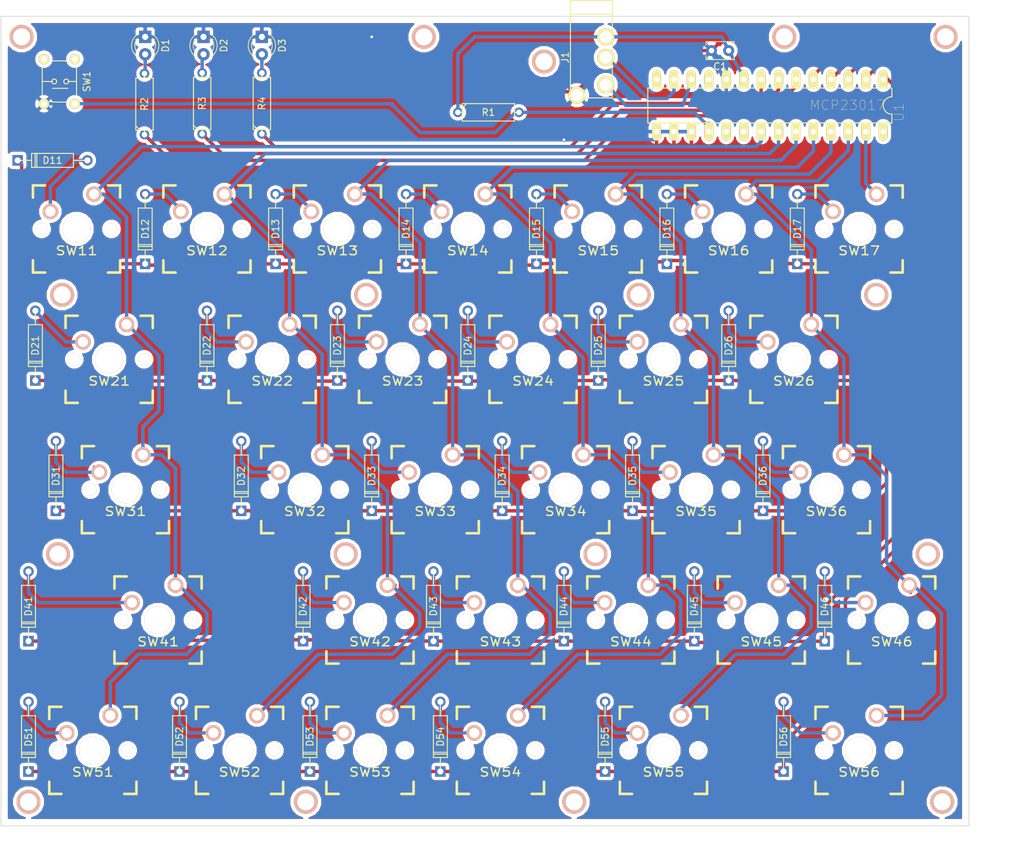
<source format=kicad_pcb>
(kicad_pcb (version 4) (host pcbnew 4.0.1-stable)
  (layers (0 F.Cu signal) (31 B.Cu signal) (34 B.Paste user) (35 F.Paste user) (36 B.SilkS user) (37 F.SilkS user) (38 B.Mask user) (39 F.Mask user) (44 Edge.Cuts user))
  (net 0 "")
  (net 1 /INPUT1)
  (net 2 "Net-(D11-Pad2)")
  (net 3 "Net-(D12-Pad2)")
  (net 4 "Net-(D13-Pad2)")
  (net 5 "Net-(D14-Pad2)")
  (net 6 "Net-(D15-Pad2)")
  (net 7 "Net-(D16-Pad2)")
  (net 8 "Net-(D17-Pad2)")
  (net 9 /INPUT2)
  (net 10 "Net-(D21-Pad2)")
  (net 11 "Net-(D22-Pad2)")
  (net 12 "Net-(D23-Pad2)")
  (net 13 "Net-(D24-Pad2)")
  (net 14 "Net-(D25-Pad2)")
  (net 15 "Net-(D26-Pad2)")
  (net 16 /INPUT3)
  (net 17 "Net-(D31-Pad2)")
  (net 18 "Net-(D32-Pad2)")
  (net 19 "Net-(D33-Pad2)")
  (net 20 "Net-(D34-Pad2)")
  (net 21 "Net-(D35-Pad2)")
  (net 22 "Net-(D36-Pad2)")
  (net 23 /INPUT4)
  (net 24 "Net-(D41-Pad2)")
  (net 25 "Net-(D42-Pad2)")
  (net 26 "Net-(D43-Pad2)")
  (net 27 "Net-(D44-Pad2)")
  (net 28 "Net-(D45-Pad2)")
  (net 29 "Net-(D46-Pad2)")
  (net 30 /INPUT5)
  (net 31 "Net-(D51-Pad2)")
  (net 32 "Net-(D52-Pad2)")
  (net 33 "Net-(D53-Pad2)")
  (net 34 "Net-(D54-Pad2)")
  (net 35 "Net-(D55-Pad2)")
  (net 36 "Net-(D56-Pad2)")
  (net 37 VCC)
  (net 38 /SDA)
  (net 39 GND)
  (net 40 /SCL)
  (net 41 /LED1)
  (net 42 "Net-(D1-Pad2)")
  (net 43 /LED2)
  (net 44 "Net-(D2-Pad2)")
  (net 45 /LED3)
  (net 46 "Net-(D3-Pad2)")
  (net 47 /OUTPUT1)
  (net 48 /OUTPUT2)
  (net 49 /OUTPUT3)
  (net 50 /OUTPUT4)
  (net 51 /OUTPUT5)
  (net 52 /OUTPUT6)
  (net 53 /OUTPUT7)
  (net 54 /RESET)
  (module Discret:DO-41 (layer F.Cu) (at 36.5 50 180)
    (fp_text reference D11 (at 0 0 180) (layer F.SilkS))
    (fp_text value D)
    (pad 1 thru_hole rect (at 5.08 0 180) (size 1.524 1.524) (drill 0.889) (layers *.Cu *.Mask) (net 1 /INPUT1))
    (pad 2 thru_hole circle (at -5.08 0 180) (size 1.524 1.524) (drill 0.889) (layers *.Cu *.Mask) (net 2 "Net-(D11-Pad2)"))
  )
  (module Discret:DO-41 (layer F.Cu) (at 50 60 270)
    (fp_text reference D12 (at 0 0 270) (layer F.SilkS))
    (fp_text value D)
    (pad 1 thru_hole rect (at 5.08 0 270) (size 1.524 1.524) (drill 0.889) (layers *.Cu *.Mask) (net 1 /INPUT1))
    (pad 2 thru_hole circle (at -5.08 0 270) (size 1.524 1.524) (drill 0.889) (layers *.Cu *.Mask) (net 3 "Net-(D12-Pad2)"))
  )
  (module Discret:DO-41 (layer F.Cu) (at 69 60 270)
    (fp_text reference D13 (at 0 0 270) (layer F.SilkS))
    (fp_text value D)
    (pad 1 thru_hole rect (at 5.08 0 270) (size 1.524 1.524) (drill 0.889) (layers *.Cu *.Mask) (net 1 /INPUT1))
    (pad 2 thru_hole circle (at -5.08 0 270) (size 1.524 1.524) (drill 0.889) (layers *.Cu *.Mask) (net 4 "Net-(D13-Pad2)"))
  )
  (module Discret:DO-41 (layer F.Cu) (at 88 60 270)
    (fp_text reference D14 (at 0 0 270) (layer F.SilkS))
    (fp_text value D)
    (pad 1 thru_hole rect (at 5.08 0 270) (size 1.524 1.524) (drill 0.889) (layers *.Cu *.Mask) (net 1 /INPUT1))
    (pad 2 thru_hole circle (at -5.08 0 270) (size 1.524 1.524) (drill 0.889) (layers *.Cu *.Mask) (net 5 "Net-(D14-Pad2)"))
  )
  (module Discret:DO-41 (layer F.Cu) (at 107 60 270)
    (fp_text reference D15 (at 0 0 270) (layer F.SilkS))
    (fp_text value D)
    (pad 1 thru_hole rect (at 5.08 0 270) (size 1.524 1.524) (drill 0.889) (layers *.Cu *.Mask) (net 1 /INPUT1))
    (pad 2 thru_hole circle (at -5.08 0 270) (size 1.524 1.524) (drill 0.889) (layers *.Cu *.Mask) (net 6 "Net-(D15-Pad2)"))
  )
  (module Discret:DO-41 (layer F.Cu) (at 126 60 270)
    (fp_text reference D16 (at 0 0 270) (layer F.SilkS))
    (fp_text value D)
    (pad 1 thru_hole rect (at 5.08 0 270) (size 1.524 1.524) (drill 0.889) (layers *.Cu *.Mask) (net 1 /INPUT1))
    (pad 2 thru_hole circle (at -5.08 0 270) (size 1.524 1.524) (drill 0.889) (layers *.Cu *.Mask) (net 7 "Net-(D16-Pad2)"))
  )
  (module Discret:DO-41 (layer F.Cu) (at 145 60 270)
    (fp_text reference D17 (at 0 0 270) (layer F.SilkS))
    (fp_text value D)
    (pad 1 thru_hole rect (at 5.08 0 270) (size 1.524 1.524) (drill 0.889) (layers *.Cu *.Mask) (net 1 /INPUT1))
    (pad 2 thru_hole circle (at -5.08 0 270) (size 1.524 1.524) (drill 0.889) (layers *.Cu *.Mask) (net 8 "Net-(D17-Pad2)"))
  )
  (module Discret:DO-41 (layer F.Cu) (at 34 77 270)
    (fp_text reference D21 (at 0 0 270) (layer F.SilkS))
    (fp_text value D)
    (pad 1 thru_hole rect (at 5.08 0 270) (size 1.524 1.524) (drill 0.889) (layers *.Cu *.Mask) (net 9 /INPUT2))
    (pad 2 thru_hole circle (at -5.08 0 270) (size 1.524 1.524) (drill 0.889) (layers *.Cu *.Mask) (net 10 "Net-(D21-Pad2)"))
  )
  (module Discret:DO-41 (layer F.Cu) (at 59 77 270)
    (fp_text reference D22 (at 0 0 270) (layer F.SilkS))
    (fp_text value D)
    (pad 1 thru_hole rect (at 5.08 0 270) (size 1.524 1.524) (drill 0.889) (layers *.Cu *.Mask) (net 9 /INPUT2))
    (pad 2 thru_hole circle (at -5.08 0 270) (size 1.524 1.524) (drill 0.889) (layers *.Cu *.Mask) (net 11 "Net-(D22-Pad2)"))
  )
  (module Discret:DO-41 (layer F.Cu) (at 78 77 270)
    (fp_text reference D23 (at 0 0 270) (layer F.SilkS))
    (fp_text value D)
    (pad 1 thru_hole rect (at 5.08 0 270) (size 1.524 1.524) (drill 0.889) (layers *.Cu *.Mask) (net 9 /INPUT2))
    (pad 2 thru_hole circle (at -5.08 0 270) (size 1.524 1.524) (drill 0.889) (layers *.Cu *.Mask) (net 12 "Net-(D23-Pad2)"))
  )
  (module Discret:DO-41 (layer F.Cu) (at 97 77 270)
    (fp_text reference D24 (at 0 0 270) (layer F.SilkS))
    (fp_text value D)
    (pad 1 thru_hole rect (at 5.08 0 270) (size 1.524 1.524) (drill 0.889) (layers *.Cu *.Mask) (net 9 /INPUT2))
    (pad 2 thru_hole circle (at -5.08 0 270) (size 1.524 1.524) (drill 0.889) (layers *.Cu *.Mask) (net 13 "Net-(D24-Pad2)"))
  )
  (module Discret:DO-41 (layer F.Cu) (at 116 77 270)
    (fp_text reference D25 (at 0 0 270) (layer F.SilkS))
    (fp_text value D)
    (pad 1 thru_hole rect (at 5.08 0 270) (size 1.524 1.524) (drill 0.889) (layers *.Cu *.Mask) (net 9 /INPUT2))
    (pad 2 thru_hole circle (at -5.08 0 270) (size 1.524 1.524) (drill 0.889) (layers *.Cu *.Mask) (net 14 "Net-(D25-Pad2)"))
  )
  (module Discret:DO-41 (layer F.Cu) (at 135 77 270)
    (fp_text reference D26 (at 0 0 270) (layer F.SilkS))
    (fp_text value D)
    (pad 1 thru_hole rect (at 5.08 0 270) (size 1.524 1.524) (drill 0.889) (layers *.Cu *.Mask) (net 9 /INPUT2))
    (pad 2 thru_hole circle (at -5.08 0 270) (size 1.524 1.524) (drill 0.889) (layers *.Cu *.Mask) (net 15 "Net-(D26-Pad2)"))
  )
  (module Discret:DO-41 (layer F.Cu) (at 37 96 270)
    (fp_text reference D31 (at 0 0 270) (layer F.SilkS))
    (fp_text value D)
    (pad 1 thru_hole rect (at 5.08 0 270) (size 1.524 1.524) (drill 0.889) (layers *.Cu *.Mask) (net 16 /INPUT3))
    (pad 2 thru_hole circle (at -5.08 0 270) (size 1.524 1.524) (drill 0.889) (layers *.Cu *.Mask) (net 17 "Net-(D31-Pad2)"))
  )
  (module Discret:DO-41 (layer F.Cu) (at 64 96 270)
    (fp_text reference D32 (at 0 0 270) (layer F.SilkS))
    (fp_text value D)
    (pad 1 thru_hole rect (at 5.08 0 270) (size 1.524 1.524) (drill 0.889) (layers *.Cu *.Mask) (net 16 /INPUT3))
    (pad 2 thru_hole circle (at -5.08 0 270) (size 1.524 1.524) (drill 0.889) (layers *.Cu *.Mask) (net 18 "Net-(D32-Pad2)"))
  )
  (module Discret:DO-41 (layer F.Cu) (at 83 96 270)
    (fp_text reference D33 (at 0 0 270) (layer F.SilkS))
    (fp_text value D)
    (pad 1 thru_hole rect (at 5.08 0 270) (size 1.524 1.524) (drill 0.889) (layers *.Cu *.Mask) (net 16 /INPUT3))
    (pad 2 thru_hole circle (at -5.08 0 270) (size 1.524 1.524) (drill 0.889) (layers *.Cu *.Mask) (net 19 "Net-(D33-Pad2)"))
  )
  (module Discret:DO-41 (layer F.Cu) (at 102 96 270)
    (fp_text reference D34 (at 0 0 270) (layer F.SilkS))
    (fp_text value D)
    (pad 1 thru_hole rect (at 5.08 0 270) (size 1.524 1.524) (drill 0.889) (layers *.Cu *.Mask) (net 16 /INPUT3))
    (pad 2 thru_hole circle (at -5.08 0 270) (size 1.524 1.524) (drill 0.889) (layers *.Cu *.Mask) (net 20 "Net-(D34-Pad2)"))
  )
  (module Discret:DO-41 (layer F.Cu) (at 121 96 270)
    (fp_text reference D35 (at 0 0 270) (layer F.SilkS))
    (fp_text value D)
    (pad 1 thru_hole rect (at 5.08 0 270) (size 1.524 1.524) (drill 0.889) (layers *.Cu *.Mask) (net 16 /INPUT3))
    (pad 2 thru_hole circle (at -5.08 0 270) (size 1.524 1.524) (drill 0.889) (layers *.Cu *.Mask) (net 21 "Net-(D35-Pad2)"))
  )
  (module Discret:DO-41 (layer F.Cu) (at 140 96 270)
    (fp_text reference D36 (at 0 0 270) (layer F.SilkS))
    (fp_text value D)
    (pad 1 thru_hole rect (at 5.08 0 270) (size 1.524 1.524) (drill 0.889) (layers *.Cu *.Mask) (net 16 /INPUT3))
    (pad 2 thru_hole circle (at -5.08 0 270) (size 1.524 1.524) (drill 0.889) (layers *.Cu *.Mask) (net 22 "Net-(D36-Pad2)"))
  )
  (module Discret:DO-41 (layer F.Cu) (at 33 115 270)
    (fp_text reference D41 (at 0 0 270) (layer F.SilkS))
    (fp_text value D)
    (pad 1 thru_hole rect (at 5.08 0 270) (size 1.524 1.524) (drill 0.889) (layers *.Cu *.Mask) (net 23 /INPUT4))
    (pad 2 thru_hole circle (at -5.08 0 270) (size 1.524 1.524) (drill 0.889) (layers *.Cu *.Mask) (net 24 "Net-(D41-Pad2)"))
  )
  (module Discret:DO-41 (layer F.Cu) (at 73 115 270)
    (fp_text reference D42 (at 0 0 270) (layer F.SilkS))
    (fp_text value D)
    (pad 1 thru_hole rect (at 5.08 0 270) (size 1.524 1.524) (drill 0.889) (layers *.Cu *.Mask) (net 23 /INPUT4))
    (pad 2 thru_hole circle (at -5.08 0 270) (size 1.524 1.524) (drill 0.889) (layers *.Cu *.Mask) (net 25 "Net-(D42-Pad2)"))
  )
  (module Discret:DO-41 (layer F.Cu) (at 92 115 270)
    (fp_text reference D43 (at 0 0 270) (layer F.SilkS))
    (fp_text value D)
    (pad 1 thru_hole rect (at 5.08 0 270) (size 1.524 1.524) (drill 0.889) (layers *.Cu *.Mask) (net 23 /INPUT4))
    (pad 2 thru_hole circle (at -5.08 0 270) (size 1.524 1.524) (drill 0.889) (layers *.Cu *.Mask) (net 26 "Net-(D43-Pad2)"))
  )
  (module Discret:DO-41 (layer F.Cu) (at 111 115 270)
    (fp_text reference D44 (at 0 0 270) (layer F.SilkS))
    (fp_text value D)
    (pad 1 thru_hole rect (at 5.08 0 270) (size 1.524 1.524) (drill 0.889) (layers *.Cu *.Mask) (net 23 /INPUT4))
    (pad 2 thru_hole circle (at -5.08 0 270) (size 1.524 1.524) (drill 0.889) (layers *.Cu *.Mask) (net 27 "Net-(D44-Pad2)"))
  )
  (module Discret:DO-41 (layer F.Cu) (at 130 115 270)
    (fp_text reference D45 (at 0 0 270) (layer F.SilkS))
    (fp_text value D)
    (pad 1 thru_hole rect (at 5.08 0 270) (size 1.524 1.524) (drill 0.889) (layers *.Cu *.Mask) (net 23 /INPUT4))
    (pad 2 thru_hole circle (at -5.08 0 270) (size 1.524 1.524) (drill 0.889) (layers *.Cu *.Mask) (net 28 "Net-(D45-Pad2)"))
  )
  (module Discret:DO-41 (layer F.Cu) (at 149 115 270)
    (fp_text reference D46 (at 0 0 270) (layer F.SilkS))
    (fp_text value D)
    (pad 1 thru_hole rect (at 5.08 0 270) (size 1.524 1.524) (drill 0.889) (layers *.Cu *.Mask) (net 23 /INPUT4))
    (pad 2 thru_hole circle (at -5.08 0 270) (size 1.524 1.524) (drill 0.889) (layers *.Cu *.Mask) (net 29 "Net-(D46-Pad2)"))
  )
  (module Discret:DO-41 (layer F.Cu) (at 33 134 270)
    (fp_text reference D51 (at 0 0 270) (layer F.SilkS))
    (fp_text value D)
    (pad 1 thru_hole rect (at 5.08 0 270) (size 1.524 1.524) (drill 0.889) (layers *.Cu *.Mask) (net 30 /INPUT5))
    (pad 2 thru_hole circle (at -5.08 0 270) (size 1.524 1.524) (drill 0.889) (layers *.Cu *.Mask) (net 31 "Net-(D51-Pad2)"))
  )
  (module Discret:DO-41 (layer F.Cu) (at 55 134 270)
    (fp_text reference D52 (at 0 0 270) (layer F.SilkS))
    (fp_text value D)
    (pad 1 thru_hole rect (at 5.08 0 270) (size 1.524 1.524) (drill 0.889) (layers *.Cu *.Mask) (net 30 /INPUT5))
    (pad 2 thru_hole circle (at -5.08 0 270) (size 1.524 1.524) (drill 0.889) (layers *.Cu *.Mask) (net 32 "Net-(D52-Pad2)"))
  )
  (module Discret:DO-41 (layer F.Cu) (at 74 134 270)
    (fp_text reference D53 (at 0 0 270) (layer F.SilkS))
    (fp_text value D)
    (pad 1 thru_hole rect (at 5.08 0 270) (size 1.524 1.524) (drill 0.889) (layers *.Cu *.Mask) (net 30 /INPUT5))
    (pad 2 thru_hole circle (at -5.08 0 270) (size 1.524 1.524) (drill 0.889) (layers *.Cu *.Mask) (net 33 "Net-(D53-Pad2)"))
  )
  (module Discret:DO-41 (layer F.Cu) (at 93 134 270)
    (fp_text reference D54 (at 0 0 270) (layer F.SilkS))
    (fp_text value D)
    (pad 1 thru_hole rect (at 5.08 0 270) (size 1.524 1.524) (drill 0.889) (layers *.Cu *.Mask) (net 30 /INPUT5))
    (pad 2 thru_hole circle (at -5.08 0 270) (size 1.524 1.524) (drill 0.889) (layers *.Cu *.Mask) (net 34 "Net-(D54-Pad2)"))
  )
  (module Discret:DO-41 (layer F.Cu) (at 117 134 270)
    (fp_text reference D55 (at 0 0 270) (layer F.SilkS))
    (fp_text value D)
    (pad 1 thru_hole rect (at 5.08 0 270) (size 1.524 1.524) (drill 0.889) (layers *.Cu *.Mask) (net 30 /INPUT5))
    (pad 2 thru_hole circle (at -5.08 0 270) (size 1.524 1.524) (drill 0.889) (layers *.Cu *.Mask) (net 35 "Net-(D55-Pad2)"))
  )
  (module Discret:DO-41 (layer F.Cu) (at 143 134 270)
    (fp_text reference D56 (at 0 0 270) (layer F.SilkS))
    (fp_text value D)
    (pad 1 thru_hole rect (at 5.08 0 270) (size 1.524 1.524) (drill 0.889) (layers *.Cu *.Mask) (net 30 /INPUT5))
    (pad 2 thru_hole circle (at -5.08 0 270) (size 1.524 1.524) (drill 0.889) (layers *.Cu *.Mask) (net 36 "Net-(D56-Pad2)"))
  )
  (module MyFootprint:4pin_Jack (layer F.Cu) (at 115 35 270)
    (fp_text reference J1 (at 0 3.81 270) (layer F.SilkS))
    (fp_text value 4pin_Jack)
    (pad 1 thru_hole circle (at -3 -2.1 270) (size 2.5 2.5) (drill 1.8) (layers *.Cu *.Mask F.SilkS) (net 37 VCC))
    (pad 2 thru_hole circle (at 0 -2.1 270) (size 2.5 2.5) (drill 1.8) (layers *.Cu *.Mask F.SilkS) (net 38 /SDA))
    (pad 4 thru_hole circle (at 5.5 2.1 270) (size 2.5 2.5) (drill 1.8) (layers *.Cu *.Mask F.SilkS) (net 39 GND))
    (pad 3 thru_hole circle (at 4 -2.1 270) (size 2.5 2.5) (drill 1.8) (layers *.Cu *.Mask F.SilkS) (net 40 /SCL))
  )
  (module Discret:R3-5 (layer F.Cu) (at 100 43)
    (fp_text reference R1 (at 0 0) (layer F.SilkS))
    (fp_text value 10k)
    (pad 1 thru_hole circle (at -4.445 0) (size 1.397 1.397) (drill 0.8128) (layers *.Cu *.Mask) (net 37 VCC))
    (pad 2 thru_hole circle (at 4.445 0) (size 1.397 1.397) (drill 0.8128) (layers *.Cu *.Mask) (net 54 /RESET))
  )
  (module Discret:R3-5 (layer F.Cu) (at 49.9 41.8 90)
    (fp_text reference R2 (at 0 0 90) (layer F.SilkS))
    (fp_text value 330)
    (pad 1 thru_hole circle (at -4.445 0 90) (size 1.397 1.397) (drill 0.8128) (layers *.Cu *.Mask) (net 41 /LED1))
    (pad 2 thru_hole circle (at 4.445 0 90) (size 1.397 1.397) (drill 0.8128) (layers *.Cu *.Mask) (net 42 "Net-(D1-Pad2)"))
  )
  (module Discret:R3-5 (layer F.Cu) (at 58.3 41.7 90)
    (fp_text reference R3 (at 0 0 90) (layer F.SilkS))
    (fp_text value 330)
    (pad 1 thru_hole circle (at -4.445 0 90) (size 1.397 1.397) (drill 0.8128) (layers *.Cu *.Mask) (net 43 /LED2))
    (pad 2 thru_hole circle (at 4.445 0 90) (size 1.397 1.397) (drill 0.8128) (layers *.Cu *.Mask) (net 44 "Net-(D2-Pad2)"))
  )
  (module Discret:R3-5 (layer F.Cu) (at 67 41.7 90)
    (fp_text reference R4 (at 0 0 90) (layer F.SilkS))
    (fp_text value 330)
    (pad 1 thru_hole circle (at -4.445 0 90) (size 1.397 1.397) (drill 0.8128) (layers *.Cu *.Mask) (net 45 /LED3))
    (pad 2 thru_hole circle (at 4.445 0 90) (size 1.397 1.397) (drill 0.8128) (layers *.Cu *.Mask) (net 46 "Net-(D3-Pad2)"))
  )
  (module MyFootprint:CHERRY_PLATE_100H (layer F.Cu) (at 59 60)
    (fp_text reference SW12 (at 0 3.175) (layer F.SilkS) (effects (font (size 1.27 1.524) (thickness 0.2032))))
    (fp_text value SW_PUSH hide)
    (pad 1 thru_hole circle (at 2.54 -5.08) (size 2.286 2.286) (drill 1.4986) (layers *.Cu *.SilkS *.Mask) (net 48 /OUTPUT2))
    (pad 2 thru_hole circle (at -3.81 -2.54) (size 2.286 2.286) (drill 1.4986) (layers *.Cu *.SilkS *.Mask) (net 3 "Net-(D12-Pad2)"))
    (pad HOLE thru_hole circle (at 0 0) (size 3.9878 3.9878) (drill 3.9878) (layers *.Cu *.Mask F.SilkS))
    (pad HOLE thru_hole circle (at -5.08 0) (size 1.7018 1.7018) (drill 1.7018) (layers *.Cu *.Mask F.SilkS))
    (pad HOLE thru_hole circle (at 5.08 0) (size 1.7018 1.7018) (drill 1.7018) (layers *.Cu *.Mask F.SilkS))
  )
  (module MyFootprint:CHERRY_PLATE_100H (layer F.Cu) (at 78 60)
    (fp_text reference SW13 (at 0 3.175) (layer F.SilkS) (effects (font (size 1.27 1.524) (thickness 0.2032))))
    (fp_text value SW_PUSH hide)
    (pad 1 thru_hole circle (at 2.54 -5.08) (size 2.286 2.286) (drill 1.4986) (layers *.Cu *.SilkS *.Mask) (net 49 /OUTPUT3))
    (pad 2 thru_hole circle (at -3.81 -2.54) (size 2.286 2.286) (drill 1.4986) (layers *.Cu *.SilkS *.Mask) (net 4 "Net-(D13-Pad2)"))
    (pad HOLE thru_hole circle (at 0 0) (size 3.9878 3.9878) (drill 3.9878) (layers *.Cu *.Mask F.SilkS))
    (pad HOLE thru_hole circle (at -5.08 0) (size 1.7018 1.7018) (drill 1.7018) (layers *.Cu *.Mask F.SilkS))
    (pad HOLE thru_hole circle (at 5.08 0) (size 1.7018 1.7018) (drill 1.7018) (layers *.Cu *.Mask F.SilkS))
  )
  (module MyFootprint:CHERRY_PLATE_100H (layer F.Cu) (at 97 60)
    (fp_text reference SW14 (at 0 3.175) (layer F.SilkS) (effects (font (size 1.27 1.524) (thickness 0.2032))))
    (fp_text value SW_PUSH hide)
    (pad 1 thru_hole circle (at 2.54 -5.08) (size 2.286 2.286) (drill 1.4986) (layers *.Cu *.SilkS *.Mask) (net 50 /OUTPUT4))
    (pad 2 thru_hole circle (at -3.81 -2.54) (size 2.286 2.286) (drill 1.4986) (layers *.Cu *.SilkS *.Mask) (net 5 "Net-(D14-Pad2)"))
    (pad HOLE thru_hole circle (at 0 0) (size 3.9878 3.9878) (drill 3.9878) (layers *.Cu *.Mask F.SilkS))
    (pad HOLE thru_hole circle (at -5.08 0) (size 1.7018 1.7018) (drill 1.7018) (layers *.Cu *.Mask F.SilkS))
    (pad HOLE thru_hole circle (at 5.08 0) (size 1.7018 1.7018) (drill 1.7018) (layers *.Cu *.Mask F.SilkS))
  )
  (module MyFootprint:CHERRY_PLATE_100H (layer F.Cu) (at 116 60)
    (fp_text reference SW15 (at 0 3.175) (layer F.SilkS) (effects (font (size 1.27 1.524) (thickness 0.2032))))
    (fp_text value SW_PUSH hide)
    (pad 1 thru_hole circle (at 2.54 -5.08) (size 2.286 2.286) (drill 1.4986) (layers *.Cu *.SilkS *.Mask) (net 51 /OUTPUT5))
    (pad 2 thru_hole circle (at -3.81 -2.54) (size 2.286 2.286) (drill 1.4986) (layers *.Cu *.SilkS *.Mask) (net 6 "Net-(D15-Pad2)"))
    (pad HOLE thru_hole circle (at 0 0) (size 3.9878 3.9878) (drill 3.9878) (layers *.Cu *.Mask F.SilkS))
    (pad HOLE thru_hole circle (at -5.08 0) (size 1.7018 1.7018) (drill 1.7018) (layers *.Cu *.Mask F.SilkS))
    (pad HOLE thru_hole circle (at 5.08 0) (size 1.7018 1.7018) (drill 1.7018) (layers *.Cu *.Mask F.SilkS))
  )
  (module MyFootprint:CHERRY_PLATE_100H (layer F.Cu) (at 135 60)
    (fp_text reference SW16 (at 0 3.175) (layer F.SilkS) (effects (font (size 1.27 1.524) (thickness 0.2032))))
    (fp_text value SW_PUSH hide)
    (pad 1 thru_hole circle (at 2.54 -5.08) (size 2.286 2.286) (drill 1.4986) (layers *.Cu *.SilkS *.Mask) (net 52 /OUTPUT6))
    (pad 2 thru_hole circle (at -3.81 -2.54) (size 2.286 2.286) (drill 1.4986) (layers *.Cu *.SilkS *.Mask) (net 7 "Net-(D16-Pad2)"))
    (pad HOLE thru_hole circle (at 0 0) (size 3.9878 3.9878) (drill 3.9878) (layers *.Cu *.Mask F.SilkS))
    (pad HOLE thru_hole circle (at -5.08 0) (size 1.7018 1.7018) (drill 1.7018) (layers *.Cu *.Mask F.SilkS))
    (pad HOLE thru_hole circle (at 5.08 0) (size 1.7018 1.7018) (drill 1.7018) (layers *.Cu *.Mask F.SilkS))
  )
  (module MyFootprint:CHERRY_PLATE_100H (layer F.Cu) (at 154 60)
    (fp_text reference SW17 (at 0 3.175) (layer F.SilkS) (effects (font (size 1.27 1.524) (thickness 0.2032))))
    (fp_text value SW_PUSH hide)
    (pad 1 thru_hole circle (at 2.54 -5.08) (size 2.286 2.286) (drill 1.4986) (layers *.Cu *.SilkS *.Mask) (net 53 /OUTPUT7))
    (pad 2 thru_hole circle (at -3.81 -2.54) (size 2.286 2.286) (drill 1.4986) (layers *.Cu *.SilkS *.Mask) (net 8 "Net-(D17-Pad2)"))
    (pad HOLE thru_hole circle (at 0 0) (size 3.9878 3.9878) (drill 3.9878) (layers *.Cu *.Mask F.SilkS))
    (pad HOLE thru_hole circle (at -5.08 0) (size 1.7018 1.7018) (drill 1.7018) (layers *.Cu *.Mask F.SilkS))
    (pad HOLE thru_hole circle (at 5.08 0) (size 1.7018 1.7018) (drill 1.7018) (layers *.Cu *.Mask F.SilkS))
  )
  (module MyFootprint:CHERRY_PLATE_150H (layer F.Cu) (at 44.75 79)
    (fp_text reference SW21 (at 0 3.175) (layer F.SilkS) (effects (font (size 1.27 1.524) (thickness 0.2032))))
    (fp_text value SW_PUSH hide)
    (pad 1 thru_hole circle (at 2.54 -5.08) (size 2.286 2.286) (drill 1.4986) (layers *.Cu *.SilkS *.Mask) (net 47 /OUTPUT1))
    (pad 2 thru_hole circle (at -3.81 -2.54) (size 2.286 2.286) (drill 1.4986) (layers *.Cu *.SilkS *.Mask) (net 10 "Net-(D21-Pad2)"))
    (pad HOLE thru_hole circle (at 0 0) (size 3.9878 3.9878) (drill 3.9878) (layers *.Cu *.Mask F.SilkS))
    (pad HOLE thru_hole circle (at -5.08 0) (size 1.7018 1.7018) (drill 1.7018) (layers *.Cu *.Mask F.SilkS))
    (pad HOLE thru_hole circle (at 5.08 0) (size 1.7018 1.7018) (drill 1.7018) (layers *.Cu *.Mask F.SilkS))
  )
  (module MyFootprint:CHERRY_PLATE_100H (layer F.Cu) (at 68.5 79)
    (fp_text reference SW22 (at 0 3.175) (layer F.SilkS) (effects (font (size 1.27 1.524) (thickness 0.2032))))
    (fp_text value SW_PUSH hide)
    (pad 1 thru_hole circle (at 2.54 -5.08) (size 2.286 2.286) (drill 1.4986) (layers *.Cu *.SilkS *.Mask) (net 48 /OUTPUT2))
    (pad 2 thru_hole circle (at -3.81 -2.54) (size 2.286 2.286) (drill 1.4986) (layers *.Cu *.SilkS *.Mask) (net 11 "Net-(D22-Pad2)"))
    (pad HOLE thru_hole circle (at 0 0) (size 3.9878 3.9878) (drill 3.9878) (layers *.Cu *.Mask F.SilkS))
    (pad HOLE thru_hole circle (at -5.08 0) (size 1.7018 1.7018) (drill 1.7018) (layers *.Cu *.Mask F.SilkS))
    (pad HOLE thru_hole circle (at 5.08 0) (size 1.7018 1.7018) (drill 1.7018) (layers *.Cu *.Mask F.SilkS))
  )
  (module MyFootprint:CHERRY_PLATE_100H (layer F.Cu) (at 87.5 79)
    (fp_text reference SW23 (at 0 3.175) (layer F.SilkS) (effects (font (size 1.27 1.524) (thickness 0.2032))))
    (fp_text value SW_PUSH hide)
    (pad 1 thru_hole circle (at 2.54 -5.08) (size 2.286 2.286) (drill 1.4986) (layers *.Cu *.SilkS *.Mask) (net 49 /OUTPUT3))
    (pad 2 thru_hole circle (at -3.81 -2.54) (size 2.286 2.286) (drill 1.4986) (layers *.Cu *.SilkS *.Mask) (net 12 "Net-(D23-Pad2)"))
    (pad HOLE thru_hole circle (at 0 0) (size 3.9878 3.9878) (drill 3.9878) (layers *.Cu *.Mask F.SilkS))
    (pad HOLE thru_hole circle (at -5.08 0) (size 1.7018 1.7018) (drill 1.7018) (layers *.Cu *.Mask F.SilkS))
    (pad HOLE thru_hole circle (at 5.08 0) (size 1.7018 1.7018) (drill 1.7018) (layers *.Cu *.Mask F.SilkS))
  )
  (module MyFootprint:CHERRY_PLATE_100H (layer F.Cu) (at 106.5 79)
    (fp_text reference SW24 (at 0 3.175) (layer F.SilkS) (effects (font (size 1.27 1.524) (thickness 0.2032))))
    (fp_text value SW_PUSH hide)
    (pad 1 thru_hole circle (at 2.54 -5.08) (size 2.286 2.286) (drill 1.4986) (layers *.Cu *.SilkS *.Mask) (net 50 /OUTPUT4))
    (pad 2 thru_hole circle (at -3.81 -2.54) (size 2.286 2.286) (drill 1.4986) (layers *.Cu *.SilkS *.Mask) (net 13 "Net-(D24-Pad2)"))
    (pad HOLE thru_hole circle (at 0 0) (size 3.9878 3.9878) (drill 3.9878) (layers *.Cu *.Mask F.SilkS))
    (pad HOLE thru_hole circle (at -5.08 0) (size 1.7018 1.7018) (drill 1.7018) (layers *.Cu *.Mask F.SilkS))
    (pad HOLE thru_hole circle (at 5.08 0) (size 1.7018 1.7018) (drill 1.7018) (layers *.Cu *.Mask F.SilkS))
  )
  (module MyFootprint:CHERRY_PLATE_100H (layer F.Cu) (at 125.5 79)
    (fp_text reference SW25 (at 0 3.175) (layer F.SilkS) (effects (font (size 1.27 1.524) (thickness 0.2032))))
    (fp_text value SW_PUSH hide)
    (pad 1 thru_hole circle (at 2.54 -5.08) (size 2.286 2.286) (drill 1.4986) (layers *.Cu *.SilkS *.Mask) (net 51 /OUTPUT5))
    (pad 2 thru_hole circle (at -3.81 -2.54) (size 2.286 2.286) (drill 1.4986) (layers *.Cu *.SilkS *.Mask) (net 14 "Net-(D25-Pad2)"))
    (pad HOLE thru_hole circle (at 0 0) (size 3.9878 3.9878) (drill 3.9878) (layers *.Cu *.Mask F.SilkS))
    (pad HOLE thru_hole circle (at -5.08 0) (size 1.7018 1.7018) (drill 1.7018) (layers *.Cu *.Mask F.SilkS))
    (pad HOLE thru_hole circle (at 5.08 0) (size 1.7018 1.7018) (drill 1.7018) (layers *.Cu *.Mask F.SilkS))
  )
  (module MyFootprint:CHERRY_PLATE_100H (layer F.Cu) (at 144.5 79)
    (fp_text reference SW26 (at 0 3.175) (layer F.SilkS) (effects (font (size 1.27 1.524) (thickness 0.2032))))
    (fp_text value SW_PUSH hide)
    (pad 1 thru_hole circle (at 2.54 -5.08) (size 2.286 2.286) (drill 1.4986) (layers *.Cu *.SilkS *.Mask) (net 52 /OUTPUT6))
    (pad 2 thru_hole circle (at -3.81 -2.54) (size 2.286 2.286) (drill 1.4986) (layers *.Cu *.SilkS *.Mask) (net 15 "Net-(D26-Pad2)"))
    (pad HOLE thru_hole circle (at 0 0) (size 3.9878 3.9878) (drill 3.9878) (layers *.Cu *.Mask F.SilkS))
    (pad HOLE thru_hole circle (at -5.08 0) (size 1.7018 1.7018) (drill 1.7018) (layers *.Cu *.Mask F.SilkS))
    (pad HOLE thru_hole circle (at 5.08 0) (size 1.7018 1.7018) (drill 1.7018) (layers *.Cu *.Mask F.SilkS))
  )
  (module MyFootprint:CHERRY_PLATE_175H (layer F.Cu) (at 47.125 98)
    (fp_text reference SW31 (at 0 3.175) (layer F.SilkS) (effects (font (size 1.27 1.524) (thickness 0.2032))))
    (fp_text value SW_PUSH hide)
    (pad 1 thru_hole circle (at 2.54 -5.08) (size 2.286 2.286) (drill 1.4986) (layers *.Cu *.SilkS *.Mask) (net 47 /OUTPUT1))
    (pad 2 thru_hole circle (at -3.81 -2.54) (size 2.286 2.286) (drill 1.4986) (layers *.Cu *.SilkS *.Mask) (net 17 "Net-(D31-Pad2)"))
    (pad HOLE thru_hole circle (at 0 0) (size 3.9878 3.9878) (drill 3.9878) (layers *.Cu *.Mask F.SilkS))
    (pad HOLE thru_hole circle (at -5.08 0) (size 1.7018 1.7018) (drill 1.7018) (layers *.Cu *.Mask F.SilkS))
    (pad HOLE thru_hole circle (at 5.08 0) (size 1.7018 1.7018) (drill 1.7018) (layers *.Cu *.Mask F.SilkS))
  )
  (module MyFootprint:CHERRY_PLATE_100H (layer F.Cu) (at 73.25 98)
    (fp_text reference SW32 (at 0 3.175) (layer F.SilkS) (effects (font (size 1.27 1.524) (thickness 0.2032))))
    (fp_text value SW_PUSH hide)
    (pad 1 thru_hole circle (at 2.54 -5.08) (size 2.286 2.286) (drill 1.4986) (layers *.Cu *.SilkS *.Mask) (net 48 /OUTPUT2))
    (pad 2 thru_hole circle (at -3.81 -2.54) (size 2.286 2.286) (drill 1.4986) (layers *.Cu *.SilkS *.Mask) (net 18 "Net-(D32-Pad2)"))
    (pad HOLE thru_hole circle (at 0 0) (size 3.9878 3.9878) (drill 3.9878) (layers *.Cu *.Mask F.SilkS))
    (pad HOLE thru_hole circle (at -5.08 0) (size 1.7018 1.7018) (drill 1.7018) (layers *.Cu *.Mask F.SilkS))
    (pad HOLE thru_hole circle (at 5.08 0) (size 1.7018 1.7018) (drill 1.7018) (layers *.Cu *.Mask F.SilkS))
  )
  (module MyFootprint:CHERRY_PLATE_100H (layer F.Cu) (at 92.25 98)
    (fp_text reference SW33 (at 0 3.175) (layer F.SilkS) (effects (font (size 1.27 1.524) (thickness 0.2032))))
    (fp_text value SW_PUSH hide)
    (pad 1 thru_hole circle (at 2.54 -5.08) (size 2.286 2.286) (drill 1.4986) (layers *.Cu *.SilkS *.Mask) (net 49 /OUTPUT3))
    (pad 2 thru_hole circle (at -3.81 -2.54) (size 2.286 2.286) (drill 1.4986) (layers *.Cu *.SilkS *.Mask) (net 19 "Net-(D33-Pad2)"))
    (pad HOLE thru_hole circle (at 0 0) (size 3.9878 3.9878) (drill 3.9878) (layers *.Cu *.Mask F.SilkS))
    (pad HOLE thru_hole circle (at -5.08 0) (size 1.7018 1.7018) (drill 1.7018) (layers *.Cu *.Mask F.SilkS))
    (pad HOLE thru_hole circle (at 5.08 0) (size 1.7018 1.7018) (drill 1.7018) (layers *.Cu *.Mask F.SilkS))
  )
  (module MyFootprint:CHERRY_PLATE_100H (layer F.Cu) (at 111.25 98)
    (fp_text reference SW34 (at 0 3.175) (layer F.SilkS) (effects (font (size 1.27 1.524) (thickness 0.2032))))
    (fp_text value SW_PUSH hide)
    (pad 1 thru_hole circle (at 2.54 -5.08) (size 2.286 2.286) (drill 1.4986) (layers *.Cu *.SilkS *.Mask) (net 50 /OUTPUT4))
    (pad 2 thru_hole circle (at -3.81 -2.54) (size 2.286 2.286) (drill 1.4986) (layers *.Cu *.SilkS *.Mask) (net 20 "Net-(D34-Pad2)"))
    (pad HOLE thru_hole circle (at 0 0) (size 3.9878 3.9878) (drill 3.9878) (layers *.Cu *.Mask F.SilkS))
    (pad HOLE thru_hole circle (at -5.08 0) (size 1.7018 1.7018) (drill 1.7018) (layers *.Cu *.Mask F.SilkS))
    (pad HOLE thru_hole circle (at 5.08 0) (size 1.7018 1.7018) (drill 1.7018) (layers *.Cu *.Mask F.SilkS))
  )
  (module MyFootprint:CHERRY_PLATE_100H (layer F.Cu) (at 130.25 98)
    (fp_text reference SW35 (at 0 3.175) (layer F.SilkS) (effects (font (size 1.27 1.524) (thickness 0.2032))))
    (fp_text value SW_PUSH hide)
    (pad 1 thru_hole circle (at 2.54 -5.08) (size 2.286 2.286) (drill 1.4986) (layers *.Cu *.SilkS *.Mask) (net 51 /OUTPUT5))
    (pad 2 thru_hole circle (at -3.81 -2.54) (size 2.286 2.286) (drill 1.4986) (layers *.Cu *.SilkS *.Mask) (net 21 "Net-(D35-Pad2)"))
    (pad HOLE thru_hole circle (at 0 0) (size 3.9878 3.9878) (drill 3.9878) (layers *.Cu *.Mask F.SilkS))
    (pad HOLE thru_hole circle (at -5.08 0) (size 1.7018 1.7018) (drill 1.7018) (layers *.Cu *.Mask F.SilkS))
    (pad HOLE thru_hole circle (at 5.08 0) (size 1.7018 1.7018) (drill 1.7018) (layers *.Cu *.Mask F.SilkS))
  )
  (module MyFootprint:CHERRY_PLATE_100H (layer F.Cu) (at 149.25 98)
    (fp_text reference SW36 (at 0 3.175) (layer F.SilkS) (effects (font (size 1.27 1.524) (thickness 0.2032))))
    (fp_text value SW_PUSH hide)
    (pad 1 thru_hole circle (at 2.54 -5.08) (size 2.286 2.286) (drill 1.4986) (layers *.Cu *.SilkS *.Mask) (net 52 /OUTPUT6))
    (pad 2 thru_hole circle (at -3.81 -2.54) (size 2.286 2.286) (drill 1.4986) (layers *.Cu *.SilkS *.Mask) (net 22 "Net-(D36-Pad2)"))
    (pad HOLE thru_hole circle (at 0 0) (size 3.9878 3.9878) (drill 3.9878) (layers *.Cu *.Mask F.SilkS))
    (pad HOLE thru_hole circle (at -5.08 0) (size 1.7018 1.7018) (drill 1.7018) (layers *.Cu *.Mask F.SilkS))
    (pad HOLE thru_hole circle (at 5.08 0) (size 1.7018 1.7018) (drill 1.7018) (layers *.Cu *.Mask F.SilkS))
  )
  (module MyFootprint:CHERRY_PLATE_225H (layer F.Cu) (at 51.875 117)
    (fp_text reference SW41 (at 0 3.175) (layer F.SilkS) (effects (font (size 1.27 1.524) (thickness 0.2032))))
    (fp_text value SW_PUSH hide)
    (pad 1 thru_hole circle (at 2.54 -5.08) (size 2.286 2.286) (drill 1.4986) (layers *.Cu *.SilkS *.Mask) (net 47 /OUTPUT1))
    (pad 2 thru_hole circle (at -3.81 -2.54) (size 2.286 2.286) (drill 1.4986) (layers *.Cu *.SilkS *.Mask) (net 24 "Net-(D41-Pad2)"))
    (pad HOLE thru_hole circle (at 0 0) (size 3.9878 3.9878) (drill 3.9878) (layers *.Cu *.Mask F.SilkS))
    (pad HOLE thru_hole circle (at -5.08 0) (size 1.7018 1.7018) (drill 1.7018) (layers *.Cu *.Mask F.SilkS))
    (pad HOLE thru_hole circle (at 5.08 0) (size 1.7018 1.7018) (drill 1.7018) (layers *.Cu *.Mask F.SilkS))
  )
  (module MyFootprint:CHERRY_PLATE_100H (layer F.Cu) (at 82.75 117)
    (fp_text reference SW42 (at 0 3.175) (layer F.SilkS) (effects (font (size 1.27 1.524) (thickness 0.2032))))
    (fp_text value SW_PUSH hide)
    (pad 1 thru_hole circle (at 2.54 -5.08) (size 2.286 2.286) (drill 1.4986) (layers *.Cu *.SilkS *.Mask) (net 48 /OUTPUT2))
    (pad 2 thru_hole circle (at -3.81 -2.54) (size 2.286 2.286) (drill 1.4986) (layers *.Cu *.SilkS *.Mask) (net 25 "Net-(D42-Pad2)"))
    (pad HOLE thru_hole circle (at 0 0) (size 3.9878 3.9878) (drill 3.9878) (layers *.Cu *.Mask F.SilkS))
    (pad HOLE thru_hole circle (at -5.08 0) (size 1.7018 1.7018) (drill 1.7018) (layers *.Cu *.Mask F.SilkS))
    (pad HOLE thru_hole circle (at 5.08 0) (size 1.7018 1.7018) (drill 1.7018) (layers *.Cu *.Mask F.SilkS))
  )
  (module MyFootprint:CHERRY_PLATE_100H (layer F.Cu) (at 101.75 117)
    (fp_text reference SW43 (at 0 3.175) (layer F.SilkS) (effects (font (size 1.27 1.524) (thickness 0.2032))))
    (fp_text value SW_PUSH hide)
    (pad 1 thru_hole circle (at 2.54 -5.08) (size 2.286 2.286) (drill 1.4986) (layers *.Cu *.SilkS *.Mask) (net 49 /OUTPUT3))
    (pad 2 thru_hole circle (at -3.81 -2.54) (size 2.286 2.286) (drill 1.4986) (layers *.Cu *.SilkS *.Mask) (net 26 "Net-(D43-Pad2)"))
    (pad HOLE thru_hole circle (at 0 0) (size 3.9878 3.9878) (drill 3.9878) (layers *.Cu *.Mask F.SilkS))
    (pad HOLE thru_hole circle (at -5.08 0) (size 1.7018 1.7018) (drill 1.7018) (layers *.Cu *.Mask F.SilkS))
    (pad HOLE thru_hole circle (at 5.08 0) (size 1.7018 1.7018) (drill 1.7018) (layers *.Cu *.Mask F.SilkS))
  )
  (module MyFootprint:CHERRY_PLATE_100H (layer F.Cu) (at 120.75 117)
    (fp_text reference SW44 (at 0 3.175) (layer F.SilkS) (effects (font (size 1.27 1.524) (thickness 0.2032))))
    (fp_text value SW_PUSH hide)
    (pad 1 thru_hole circle (at 2.54 -5.08) (size 2.286 2.286) (drill 1.4986) (layers *.Cu *.SilkS *.Mask) (net 50 /OUTPUT4))
    (pad 2 thru_hole circle (at -3.81 -2.54) (size 2.286 2.286) (drill 1.4986) (layers *.Cu *.SilkS *.Mask) (net 27 "Net-(D44-Pad2)"))
    (pad HOLE thru_hole circle (at 0 0) (size 3.9878 3.9878) (drill 3.9878) (layers *.Cu *.Mask F.SilkS))
    (pad HOLE thru_hole circle (at -5.08 0) (size 1.7018 1.7018) (drill 1.7018) (layers *.Cu *.Mask F.SilkS))
    (pad HOLE thru_hole circle (at 5.08 0) (size 1.7018 1.7018) (drill 1.7018) (layers *.Cu *.Mask F.SilkS))
  )
  (module MyFootprint:CHERRY_PLATE_100H (layer F.Cu) (at 139.75 117)
    (fp_text reference SW45 (at 0 3.175) (layer F.SilkS) (effects (font (size 1.27 1.524) (thickness 0.2032))))
    (fp_text value SW_PUSH hide)
    (pad 1 thru_hole circle (at 2.54 -5.08) (size 2.286 2.286) (drill 1.4986) (layers *.Cu *.SilkS *.Mask) (net 51 /OUTPUT5))
    (pad 2 thru_hole circle (at -3.81 -2.54) (size 2.286 2.286) (drill 1.4986) (layers *.Cu *.SilkS *.Mask) (net 28 "Net-(D45-Pad2)"))
    (pad HOLE thru_hole circle (at 0 0) (size 3.9878 3.9878) (drill 3.9878) (layers *.Cu *.Mask F.SilkS))
    (pad HOLE thru_hole circle (at -5.08 0) (size 1.7018 1.7018) (drill 1.7018) (layers *.Cu *.Mask F.SilkS))
    (pad HOLE thru_hole circle (at 5.08 0) (size 1.7018 1.7018) (drill 1.7018) (layers *.Cu *.Mask F.SilkS))
  )
  (module MyFootprint:CHERRY_PLATE_100H (layer F.Cu) (at 158.75 117)
    (fp_text reference SW46 (at 0 3.175) (layer F.SilkS) (effects (font (size 1.27 1.524) (thickness 0.2032))))
    (fp_text value SW_PUSH hide)
    (pad 1 thru_hole circle (at 2.54 -5.08) (size 2.286 2.286) (drill 1.4986) (layers *.Cu *.SilkS *.Mask) (net 52 /OUTPUT6))
    (pad 2 thru_hole circle (at -3.81 -2.54) (size 2.286 2.286) (drill 1.4986) (layers *.Cu *.SilkS *.Mask) (net 29 "Net-(D46-Pad2)"))
    (pad HOLE thru_hole circle (at 0 0) (size 3.9878 3.9878) (drill 3.9878) (layers *.Cu *.Mask F.SilkS))
    (pad HOLE thru_hole circle (at -5.08 0) (size 1.7018 1.7018) (drill 1.7018) (layers *.Cu *.Mask F.SilkS))
    (pad HOLE thru_hole circle (at 5.08 0) (size 1.7018 1.7018) (drill 1.7018) (layers *.Cu *.Mask F.SilkS))
  )
  (module MyFootprint:CHERRY_PLATE_100H (layer F.Cu) (at 63.75 136)
    (fp_text reference SW52 (at 0 3.175) (layer F.SilkS) (effects (font (size 1.27 1.524) (thickness 0.2032))))
    (fp_text value SW_PUSH hide)
    (pad 1 thru_hole circle (at 2.54 -5.08) (size 2.286 2.286) (drill 1.4986) (layers *.Cu *.SilkS *.Mask) (net 48 /OUTPUT2))
    (pad 2 thru_hole circle (at -3.81 -2.54) (size 2.286 2.286) (drill 1.4986) (layers *.Cu *.SilkS *.Mask) (net 32 "Net-(D52-Pad2)"))
    (pad HOLE thru_hole circle (at 0 0) (size 3.9878 3.9878) (drill 3.9878) (layers *.Cu *.Mask F.SilkS))
    (pad HOLE thru_hole circle (at -5.08 0) (size 1.7018 1.7018) (drill 1.7018) (layers *.Cu *.Mask F.SilkS))
    (pad HOLE thru_hole circle (at 5.08 0) (size 1.7018 1.7018) (drill 1.7018) (layers *.Cu *.Mask F.SilkS))
  )
  (module MyFootprint:CHERRY_PLATE_100H (layer F.Cu) (at 82.75 136)
    (fp_text reference SW53 (at 0 3.175) (layer F.SilkS) (effects (font (size 1.27 1.524) (thickness 0.2032))))
    (fp_text value SW_PUSH hide)
    (pad 1 thru_hole circle (at 2.54 -5.08) (size 2.286 2.286) (drill 1.4986) (layers *.Cu *.SilkS *.Mask) (net 49 /OUTPUT3))
    (pad 2 thru_hole circle (at -3.81 -2.54) (size 2.286 2.286) (drill 1.4986) (layers *.Cu *.SilkS *.Mask) (net 33 "Net-(D53-Pad2)"))
    (pad HOLE thru_hole circle (at 0 0) (size 3.9878 3.9878) (drill 3.9878) (layers *.Cu *.Mask F.SilkS))
    (pad HOLE thru_hole circle (at -5.08 0) (size 1.7018 1.7018) (drill 1.7018) (layers *.Cu *.Mask F.SilkS))
    (pad HOLE thru_hole circle (at 5.08 0) (size 1.7018 1.7018) (drill 1.7018) (layers *.Cu *.Mask F.SilkS))
  )
  (module MyFootprint:DIL28-3 (layer F.Cu) (at 141 42 180)
    (fp_text reference U1 (at -18.796 -1.016 270) (layer F.SilkS) (effects (font (size 1.4 1.4) (thickness 0.05))))
    (fp_text value MCP23017 (at -11.303 0.0508 180) (layer F.SilkS) (effects (font (size 1.4 1.4) (thickness 0.05))))
    (pad 1 thru_hole oval (at -16.51 3.81 270) (size 2.6416 1.3208) (drill 0.8128) (layers *.Cu *.Mask F.SilkS) (net 1 /INPUT1))
    (pad 2 thru_hole oval (at -13.97 3.81 270) (size 2.6416 1.3208) (drill 0.8128) (layers *.Cu *.Mask F.SilkS) (net 9 /INPUT2))
    (pad 3 thru_hole oval (at -11.43 3.81 270) (size 2.6416 1.3208) (drill 0.8128) (layers *.Cu *.Mask F.SilkS) (net 16 /INPUT3))
    (pad 4 thru_hole oval (at -8.89 3.81 270) (size 2.6416 1.3208) (drill 0.8128) (layers *.Cu *.Mask F.SilkS) (net 23 /INPUT4))
    (pad 5 thru_hole oval (at -6.35 3.81 270) (size 2.6416 1.3208) (drill 0.8128) (layers *.Cu *.Mask F.SilkS) (net 30 /INPUT5))
    (pad 6 thru_hole oval (at -3.81 3.81 270) (size 2.6416 1.3208) (drill 0.8128) (layers *.Cu *.Mask F.SilkS) (net 41 /LED1))
    (pad 7 thru_hole oval (at -1.27 3.81 270) (size 2.6416 1.3208) (drill 0.8128) (layers *.Cu *.Mask F.SilkS) (net 43 /LED2))
    (pad 8 thru_hole oval (at 1.27 3.81 270) (size 2.6416 1.3208) (drill 0.8128) (layers *.Cu *.Mask F.SilkS) (net 45 /LED3))
    (pad 9 thru_hole oval (at 3.81 3.81 270) (size 2.6416 1.3208) (drill 0.8128) (layers *.Cu *.Mask F.SilkS) (net 37 VCC))
    (pad 10 thru_hole oval (at 6.35 3.81 270) (size 2.6416 1.3208) (drill 0.8128) (layers *.Cu *.Mask F.SilkS) (net 39 GND))
    (pad 11 thru_hole oval (at 8.89 3.81 270) (size 2.6416 1.3208) (drill 0.8128) (layers *.Cu *.Mask F.SilkS))
    (pad 12 thru_hole oval (at 11.43 3.81 270) (size 2.6416 1.3208) (drill 0.8128) (layers *.Cu *.Mask F.SilkS) (net 40 /SCL))
    (pad 13 thru_hole oval (at 13.97 3.81 270) (size 2.6416 1.3208) (drill 0.8128) (layers *.Cu *.Mask F.SilkS) (net 38 /SDA))
    (pad 14 thru_hole oval (at 16.51 3.81 270) (size 2.6416 1.3208) (drill 0.8128) (layers *.Cu *.Mask F.SilkS))
    (pad 15 thru_hole oval (at 16.51 -3.81 270) (size 2.6416 1.3208) (drill 0.8128) (layers *.Cu *.Mask F.SilkS) (net 39 GND))
    (pad 16 thru_hole oval (at 13.97 -3.81 270) (size 2.6416 1.3208) (drill 0.8128) (layers *.Cu *.Mask F.SilkS) (net 39 GND))
    (pad 17 thru_hole oval (at 11.43 -3.81 270) (size 2.6416 1.3208) (drill 0.8128) (layers *.Cu *.Mask F.SilkS) (net 39 GND))
    (pad 18 thru_hole oval (at 8.89 -3.81 270) (size 2.6416 1.3208) (drill 0.8128) (layers *.Cu *.Mask F.SilkS) (net 54 /RESET))
    (pad 19 thru_hole oval (at 6.35 -3.81 270) (size 2.6416 1.3208) (drill 0.8128) (layers *.Cu *.Mask F.SilkS))
    (pad 20 thru_hole oval (at 3.81 -3.81 270) (size 2.6416 1.3208) (drill 0.8128) (layers *.Cu *.Mask F.SilkS))
    (pad 21 thru_hole oval (at 1.27 -3.81 270) (size 2.6416 1.3208) (drill 0.8128) (layers *.Cu *.Mask F.SilkS) (net 47 /OUTPUT1))
    (pad 22 thru_hole oval (at -1.27 -3.81 270) (size 2.6416 1.3208) (drill 0.8128) (layers *.Cu *.Mask F.SilkS) (net 48 /OUTPUT2))
    (pad 23 thru_hole oval (at -3.81 -3.81 270) (size 2.6416 1.3208) (drill 0.8128) (layers *.Cu *.Mask F.SilkS) (net 49 /OUTPUT3))
    (pad 24 thru_hole oval (at -6.35 -3.81 270) (size 2.6416 1.3208) (drill 0.8128) (layers *.Cu *.Mask F.SilkS) (net 50 /OUTPUT4))
    (pad 25 thru_hole oval (at -8.89 -3.81 270) (size 2.6416 1.3208) (drill 0.8128) (layers *.Cu *.Mask F.SilkS) (net 51 /OUTPUT5))
    (pad 26 thru_hole oval (at -11.43 -3.81 270) (size 2.6416 1.3208) (drill 0.8128) (layers *.Cu *.Mask F.SilkS) (net 52 /OUTPUT6))
    (pad 27 thru_hole oval (at -13.97 -3.81 270) (size 2.6416 1.3208) (drill 0.8128) (layers *.Cu *.Mask F.SilkS) (net 53 /OUTPUT7))
    (pad 28 thru_hole oval (at -16.51 -3.81 270) (size 2.6416 1.3208) (drill 0.8128) (layers *.Cu *.Mask F.SilkS))
  )
  (module Capacitors_ThroughHole:C_Rect_L4.0mm_W2.5mm_P2.50mm (layer F.Cu) (at 135 34 180)
    (fp_text reference C1 (at 1.25 -2.31 180) (layer F.SilkS))
    (fp_text value 0.1)
    (pad 1 thru_hole circle (at 0 0 180) (size 1.6 1.6) (drill 0.8) (layers *.Cu *.Mask) (net 37 VCC))
    (pad 2 thru_hole circle (at 2.5 0 180) (size 1.6 1.6) (drill 0.8) (layers *.Cu *.Mask) (net 39 GND))
  )
  (module LEDs:LED_D3.0mm (layer F.Cu) (at 50 32 270)
    (fp_text reference D1 (at 1.27 -2.96 270) (layer F.SilkS))
    (fp_text value LED)
    (pad 1 thru_hole rect (at 0 0 270) (size 1.8 1.8) (drill 0.9) (layers *.Cu *.Mask) (net 39 GND))
    (pad 2 thru_hole circle (at 2.54 0 270) (size 1.8 1.8) (drill 0.9) (layers *.Cu *.Mask) (net 42 "Net-(D1-Pad2)"))
  )
  (module LEDs:LED_D3.0mm (layer F.Cu) (at 58.5 32 270)
    (fp_text reference D2 (at 1.27 -2.96 270) (layer F.SilkS))
    (fp_text value LED)
    (pad 1 thru_hole rect (at 0 0 270) (size 1.8 1.8) (drill 0.9) (layers *.Cu *.Mask) (net 39 GND))
    (pad 2 thru_hole circle (at 2.54 0 270) (size 1.8 1.8) (drill 0.9) (layers *.Cu *.Mask) (net 44 "Net-(D2-Pad2)"))
  )
  (module LEDs:LED_D3.0mm (layer F.Cu) (at 67 32 270)
    (fp_text reference D3 (at 1.27 -2.96 270) (layer F.SilkS))
    (fp_text value LED)
    (pad 1 thru_hole rect (at 0 0 270) (size 1.8 1.8) (drill 0.9) (layers *.Cu *.Mask) (net 39 GND))
    (pad 2 thru_hole circle (at 2.54 0 270) (size 1.8 1.8) (drill 0.9) (layers *.Cu *.Mask) (net 46 "Net-(D3-Pad2)"))
  )
  (module MyFootprint:tactswitch (layer F.Cu) (at 37.5 38.5 90)
    (fp_text reference SW1 (at 0 4 90) (layer F.SilkS))
    (fp_text value SW_PUSH)
    (pad 2 thru_hole circle (at -3.25 2.25 90) (size 1.524 1.524) (drill 0.9) (layers *.Cu *.Mask F.SilkS) (net 54 /RESET))
    (pad 1 thru_hole circle (at -3.25 -2.25 90) (size 1.524 1.524) (drill 0.9) (layers *.Cu *.Mask F.SilkS) (net 39 GND))
    (pad 3 thru_hole circle (at 3.25 -2.25 90) (size 1.524 1.524) (drill 0.9) (layers *.Cu *.Mask F.SilkS))
    (pad 4 thru_hole circle (at 3.25 2.25 90) (size 1.524 1.524) (drill 0.9) (layers *.Cu *.Mask F.SilkS))
  )
  (module MyFootprint:CHERRY_PLATE_125H (layer F.Cu) (at 42.375 136)
    (fp_text reference SW51 (at 0 3.175) (layer F.SilkS) (effects (font (size 1.27 1.524) (thickness 0.2032))))
    (fp_text value SW_PUSH hide)
    (pad 1 thru_hole circle (at 2.54 -5.08) (size 2.286 2.286) (drill 1.4986) (layers *.Cu *.SilkS *.Mask) (net 47 /OUTPUT1))
    (pad 2 thru_hole circle (at -3.81 -2.54) (size 2.286 2.286) (drill 1.4986) (layers *.Cu *.SilkS *.Mask) (net 31 "Net-(D51-Pad2)"))
    (pad HOLE thru_hole circle (at 0 0) (size 3.9878 3.9878) (drill 3.9878) (layers *.Cu *.Mask F.SilkS))
    (pad HOLE thru_hole circle (at -5.08 0) (size 1.7018 1.7018) (drill 1.7018) (layers *.Cu *.Mask F.SilkS))
    (pad HOLE thru_hole circle (at 5.08 0) (size 1.7018 1.7018) (drill 1.7018) (layers *.Cu *.Mask F.SilkS))
  )
  (module MyFootprint:CHERRY_PLATE_100H (layer F.Cu) (at 101.75 136)
    (fp_text reference SW54 (at 0 3.175) (layer F.SilkS) (effects (font (size 1.27 1.524) (thickness 0.2032))))
    (fp_text value SW_PUSH hide)
    (pad 1 thru_hole circle (at 2.54 -5.08) (size 2.286 2.286) (drill 1.4986) (layers *.Cu *.SilkS *.Mask) (net 50 /OUTPUT4))
    (pad 2 thru_hole circle (at -3.81 -2.54) (size 2.286 2.286) (drill 1.4986) (layers *.Cu *.SilkS *.Mask) (net 34 "Net-(D54-Pad2)"))
    (pad HOLE thru_hole circle (at 0 0) (size 3.9878 3.9878) (drill 3.9878) (layers *.Cu *.Mask F.SilkS))
    (pad HOLE thru_hole circle (at -5.08 0) (size 1.7018 1.7018) (drill 1.7018) (layers *.Cu *.Mask F.SilkS))
    (pad HOLE thru_hole circle (at 5.08 0) (size 1.7018 1.7018) (drill 1.7018) (layers *.Cu *.Mask F.SilkS))
  )
  (module MyFootprint:CHERRY_PLATE_150H (layer F.Cu) (at 125.5 136)
    (fp_text reference SW55 (at 0 3.175) (layer F.SilkS) (effects (font (size 1.27 1.524) (thickness 0.2032))))
    (fp_text value SW_PUSH hide)
    (pad 1 thru_hole circle (at 2.54 -5.08) (size 2.286 2.286) (drill 1.4986) (layers *.Cu *.SilkS *.Mask) (net 51 /OUTPUT5))
    (pad 2 thru_hole circle (at -3.81 -2.54) (size 2.286 2.286) (drill 1.4986) (layers *.Cu *.SilkS *.Mask) (net 35 "Net-(D55-Pad2)"))
    (pad HOLE thru_hole circle (at 0 0) (size 3.9878 3.9878) (drill 3.9878) (layers *.Cu *.Mask F.SilkS))
    (pad HOLE thru_hole circle (at -5.08 0) (size 1.7018 1.7018) (drill 1.7018) (layers *.Cu *.Mask F.SilkS))
    (pad HOLE thru_hole circle (at 5.08 0) (size 1.7018 1.7018) (drill 1.7018) (layers *.Cu *.Mask F.SilkS))
  )
  (module MyFootprint:CHERRY_PLATE_150H (layer F.Cu) (at 154 136)
    (fp_text reference SW56 (at 0 3.175) (layer F.SilkS) (effects (font (size 1.27 1.524) (thickness 0.2032))))
    (fp_text value SW_PUSH hide)
    (pad 1 thru_hole circle (at 2.54 -5.08) (size 2.286 2.286) (drill 1.4986) (layers *.Cu *.SilkS *.Mask) (net 52 /OUTPUT6))
    (pad 2 thru_hole circle (at -3.81 -2.54) (size 2.286 2.286) (drill 1.4986) (layers *.Cu *.SilkS *.Mask) (net 36 "Net-(D56-Pad2)"))
    (pad HOLE thru_hole circle (at 0 0) (size 3.9878 3.9878) (drill 3.9878) (layers *.Cu *.Mask F.SilkS))
    (pad HOLE thru_hole circle (at -5.08 0) (size 1.7018 1.7018) (drill 1.7018) (layers *.Cu *.Mask F.SilkS))
    (pad HOLE thru_hole circle (at 5.08 0) (size 1.7018 1.7018) (drill 1.7018) (layers *.Cu *.Mask F.SilkS))
  )
  (module MyFootprint:CHERRY_PLATE_100H (layer F.Cu) (at 40 60)
    (fp_text reference SW11 (at 0 3.175) (layer F.SilkS) (effects (font (size 1.27 1.524) (thickness 0.2032))))
    (fp_text value SW_PUSH hide)
    (pad 1 thru_hole circle (at 2.54 -5.08) (size 2.286 2.286) (drill 1.4986) (layers *.Cu *.SilkS *.Mask) (net 47 /OUTPUT1))
    (pad 2 thru_hole circle (at -3.81 -2.54) (size 2.286 2.286) (drill 1.4986) (layers *.Cu *.SilkS *.Mask) (net 2 "Net-(D11-Pad2)"))
    (pad HOLE thru_hole circle (at 0 0) (size 3.9878 3.9878) (drill 3.9878) (layers *.Cu *.Mask F.SilkS))
    (pad HOLE thru_hole circle (at -5.08 0) (size 1.7018 1.7018) (drill 1.7018) (layers *.Cu *.Mask F.SilkS))
    (pad HOLE thru_hole circle (at 5.08 0) (size 1.7018 1.7018) (drill 1.7018) (layers *.Cu *.Mask F.SilkS))
  )
  (module MyFootprint:m2_neji_hole2.5_head3.5 (layer F.Cu) (at 33 143.5)
    (fp_text reference "" (at 0 0.5) (layer F.SilkS))
    (fp_text value "")
    (pad 1 thru_hole circle (at 0 0) (size 3.5 3.5) (drill 2.5) (layers *.Cu *.SilkS *.Mask Eco1.User Eco2.User))
  )
  (module MyFootprint:m2_neji_hole2.5_head3.5 (layer F.Cu) (at 73.4 143.6)
    (fp_text reference "" (at 0 0.5) (layer F.SilkS))
    (fp_text value "")
    (pad 1 thru_hole circle (at 0 -0.1) (size 3.5 3.5) (drill 2.5) (layers *.Cu *.SilkS *.Mask Eco1.User Eco2.User))
  )
  (module MyFootprint:m2_neji_hole2.5_head3.5 (layer F.Cu) (at 112.5 143)
    (fp_text reference "" (at 0 0.5) (layer F.SilkS))
    (fp_text value "")
    (pad 1 thru_hole circle (at 0 0.5) (size 3.5 3.5) (drill 2.5) (layers *.Cu *.SilkS *.Mask Eco1.User Eco2.User))
  )
  (module MyFootprint:m2_neji_hole2.5_head3.5 (layer F.Cu) (at 166.1 143.3)
    (fp_text reference "" (at 0 0.5) (layer F.SilkS))
    (fp_text value "")
    (pad 1 thru_hole circle (at 0 0.2) (size 3.5 3.5) (drill 2.5) (layers *.Cu *.SilkS *.Mask Eco1.User Eco2.User))
  )
  (module MyFootprint:m2_neji_hole2.5_head3.5 (layer F.Cu) (at 37.3 107.1)
    (fp_text reference "" (at 0 0.5) (layer F.SilkS))
    (fp_text value "")
    (pad 1 thru_hole circle (at 0 0.3) (size 3.5 3.5) (drill 2.5) (layers *.Cu *.SilkS *.Mask Eco1.User Eco2.User))
  )
  (module MyFootprint:m2_neji_hole2.5_head3.5 (layer F.Cu) (at 79.2 107.8)
    (fp_text reference "" (at 0 0.5) (layer F.SilkS))
    (fp_text value "")
    (pad 1 thru_hole circle (at 0 -0.4) (size 3.5 3.5) (drill 2.5) (layers *.Cu *.SilkS *.Mask Eco1.User Eco2.User))
  )
  (module MyFootprint:m2_neji_hole2.5_head3.5 (layer F.Cu) (at 115.6 107.6)
    (fp_text reference "" (at 0 0.5) (layer F.SilkS))
    (fp_text value "")
    (pad 1 thru_hole circle (at 0 -0.2) (size 3.5 3.5) (drill 2.5) (layers *.Cu *.SilkS *.Mask Eco1.User Eco2.User))
  )
  (module MyFootprint:m2_neji_hole2.5_head3.5 (layer F.Cu) (at 164 107.3)
    (fp_text reference "" (at 0 0.5) (layer F.SilkS))
    (fp_text value "")
    (pad 1 thru_hole circle (at 0 0.1) (size 3.5 3.5) (drill 2.5) (layers *.Cu *.SilkS *.Mask Eco1.User Eco2.User))
  )
  (module MyFootprint:m2_neji_hole2.5_head3.5 (layer F.Cu) (at 37.9 69.6)
    (fp_text reference "" (at 0 0.5) (layer F.SilkS))
    (fp_text value "")
    (pad 1 thru_hole circle (at 0 0) (size 3.5 3.5) (drill 2.5) (layers *.Cu *.SilkS *.Mask Eco1.User Eco2.User))
  )
  (module MyFootprint:m2_neji_hole2.5_head3.5 (layer F.Cu) (at 82.2 69.6)
    (fp_text reference "" (at 0 0.5) (layer F.SilkS))
    (fp_text value "")
    (pad 1 thru_hole circle (at 0 0) (size 3.5 3.5) (drill 2.5) (layers *.Cu *.SilkS *.Mask Eco1.User Eco2.User))
  )
  (module MyFootprint:m2_neji_hole2.5_head3.5 (layer F.Cu) (at 121.9 69.6)
    (fp_text reference "" (at 0 0.5) (layer F.SilkS))
    (fp_text value "")
    (pad 1 thru_hole circle (at 0 0) (size 3.5 3.5) (drill 2.5) (layers *.Cu *.SilkS *.Mask Eco1.User Eco2.User))
  )
  (module MyFootprint:m2_neji_hole2.5_head3.5 (layer F.Cu) (at 156.5 69.7)
    (fp_text reference "" (at 0 0.5) (layer F.SilkS))
    (fp_text value "")
    (pad 1 thru_hole circle (at 0 -0.1) (size 3.5 3.5) (drill 2.5) (layers *.Cu *.SilkS *.Mask Eco1.User Eco2.User))
  )
  (module MyFootprint:m2_neji_hole2.5_head3.5 (layer F.Cu) (at 32.3 32.3)
    (fp_text reference "" (at 0 0.5) (layer F.SilkS))
    (fp_text value "")
    (pad 1 thru_hole circle (at -0.3 -0.3) (size 3.5 3.5) (drill 2.5) (layers *.Cu *.SilkS *.Mask Eco1.User Eco2.User))
  )
  (module MyFootprint:m2_neji_hole2.5_head3.5 (layer F.Cu) (at 90.6 32.5)
    (fp_text reference "" (at 0 0.5) (layer F.SilkS))
    (fp_text value "")
    (pad 1 thru_hole circle (at 0 -0.5) (size 3.5 3.5) (drill 2.5) (layers *.Cu *.SilkS *.Mask Eco1.User Eco2.User))
  )
  (module MyFootprint:m2_neji_hole2.5_head3.5 (layer F.Cu) (at 108.1 35.6)
    (fp_text reference "" (at 0 0.5) (layer F.SilkS))
    (fp_text value "")
    (pad 1 thru_hole circle (at 0 0) (size 3.5 3.5) (drill 2.5) (layers *.Cu *.SilkS *.Mask Eco1.User Eco2.User))
  )
  (module MyFootprint:m2_neji_hole2.5_head3.5 (layer F.Cu) (at 143.1 32.6)
    (fp_text reference "" (at 0 0.5) (layer F.SilkS))
    (fp_text value "")
    (pad 1 thru_hole circle (at 0 -0.6) (size 3.5 3.5) (drill 2.5) (layers *.Cu *.SilkS *.Mask Eco1.User Eco2.User))
  )
  (module MyFootprint:m2_neji_hole2.5_head3.5 (layer F.Cu) (at 166.6 32.6)
    (fp_text reference "" (at 0 0.5) (layer F.SilkS))
    (fp_text value "")
    (pad 1 thru_hole circle (at 0 -0.6) (size 3.5 3.5) (drill 2.5) (layers *.Cu *.SilkS *.Mask Eco1.User Eco2.User))
  )
  (gr_line (start 29 30) (end 29 29) (angle 90) (layer Edge.Cuts) (width 0.1))
  (gr_line (start 170 30) (end 170 29) (angle 90) (layer Edge.Cuts) (width 0.1))
  (gr_line (start 29 147) (end 170 147) (angle 90) (layer Edge.Cuts) (width 0.1))
  (gr_line (start 29 30) (end 29 147) (angle 90) (layer Edge.Cuts) (width 0.1))
  (gr_line (start 170 29) (end 29 29) (angle 90) (layer Edge.Cuts) (width 0.1))
  (gr_line (start 170 147) (end 170 30) (angle 90) (layer Edge.Cuts) (width 0.1))
  (segment (start 133.5 111.92) (end 133.5 112) (width 0.5) (layer B.Cu) (net 0))
  (segment (start 133.5 112) (end 133.5 111.92) (width 0.5) (layer B.Cu) (net 0))
  (segment (start 157.51 38.19) (end 158.19 38.19) (width 0.5) (layer F.Cu) (net 1))
  (segment (start 161 41) (end 161 46) (width 0.5) (layer F.Cu) (net 1))
  (segment (start 158.19 38.19) (end 161 41) (width 0.5) (layer F.Cu) (net 1))
  (segment (start 145 65.08) (end 156.92 65.08) (width 0.5) (layer F.Cu) (net 1))
  (segment (start 161 46) (end 161 61) (width 0.5) (layer F.Cu) (net 1))
  (segment (start 156.92 65.08) (end 161 61) (width 0.5) (layer F.Cu) (net 1))
  (segment (start 50 65.08) (end 35.08 65.08) (width 0.5) (layer F.Cu) (net 1))
  (segment (start 32 62) (end 32 50.58) (width 0.5) (layer F.Cu) (net 1))
  (segment (start 35.08 65.08) (end 32 62) (width 0.5) (layer F.Cu) (net 1))
  (segment (start 32 50.58) (end 31.42 50) (width 0.5) (layer F.Cu) (net 1))
  (segment (start 49.9 65.18) (end 50 65.08) (width 0.5) (layer F.Cu) (net 1))
  (segment (start 157.51 38.19) (end 157.51 38.51) (width 0.5) (layer F.Cu) (net 1))
  (segment (start 107 65.08) (end 125.7 64.78) (width 0.5) (layer F.Cu) (net 1))
  (segment (start 125.7 64.78) (end 126 65.08) (width 0.5) (layer F.Cu) (net 1))
  (segment (start 145 65.08) (end 126.5 64.58) (width 0.5) (layer F.Cu) (net 1))
  (segment (start 126.5 64.58) (end 126 65.08) (width 0.5) (layer F.Cu) (net 1))
  (segment (start 88 65.08) (end 106.8 65.28) (width 0.5) (layer F.Cu) (net 1))
  (segment (start 106.8 65.28) (end 106.9 65.38) (width 0.5) (layer F.Cu) (net 1))
  (segment (start 144.5 65.58) (end 145 65.08) (width 0.5) (layer F.Cu) (net 1))
  (segment (start 69 65.08) (end 87.9 65.18) (width 0.5) (layer F.Cu) (net 1))
  (segment (start 87.9 65.18) (end 88 65.08) (width 0.5) (layer F.Cu) (net 1))
  (segment (start 49.9 64.98) (end 50.2 65.28) (width 0.5) (layer F.Cu) (net 1))
  (segment (start 50.2 65.28) (end 69 65.08) (width 0.5) (layer F.Cu) (net 1))
  (segment (start 41.58 50) (end 40 50) (width 0.5) (layer B.Cu) (net 2))
  (segment (start 36.19 53.81) (end 36.19 57.46) (width 0.5) (layer B.Cu) (net 2))
  (segment (start 40 50) (end 36.19 53.81) (width 0.5) (layer B.Cu) (net 2))
  (segment (start 35.95 57.22) (end 36.19 57.46) (width 0.5) (layer B.Cu) (net 2))
  (segment (start 50 54.92) (end 52.92 54.92) (width 0.5) (layer B.Cu) (net 3))
  (segment (start 52.92 54.92) (end 55.19 57.19) (width 0.5) (layer B.Cu) (net 3))
  (segment (start 55.19 57.19) (end 55.19 57.46) (width 0.5) (layer B.Cu) (net 3))
  (segment (start 50.14 55.06) (end 50 54.92) (width 0.5) (layer B.Cu) (net 3))
  (segment (start 69 54.92) (end 71.92 54.92) (width 0.5) (layer B.Cu) (net 4))
  (segment (start 71.92 54.92) (end 74.19 57.19) (width 0.5) (layer B.Cu) (net 4))
  (segment (start 74.19 57.19) (end 74.19 57.46) (width 0.5) (layer B.Cu) (net 4))
  (segment (start 69.06 54.86) (end 69 54.92) (width 0.5) (layer B.Cu) (net 4))
  (segment (start 88 54.92) (end 90.92 54.92) (width 0.5) (layer B.Cu) (net 5))
  (segment (start 90.92 54.92) (end 93.19 57.19) (width 0.5) (layer B.Cu) (net 5))
  (segment (start 93.19 57.19) (end 93.19 57.46) (width 0.5) (layer B.Cu) (net 5))
  (segment (start 88.04 54.96) (end 88 54.92) (width 0.5) (layer B.Cu) (net 5))
  (segment (start 107 54.92) (end 109.92 54.92) (width 0.5) (layer B.Cu) (net 6))
  (segment (start 109.92 54.92) (end 112.19 57.19) (width 0.5) (layer B.Cu) (net 6))
  (segment (start 112.19 57.19) (end 112.19 57.46) (width 0.5) (layer B.Cu) (net 6))
  (segment (start 111.95 57.22) (end 112.19 57.46) (width 0.5) (layer B.Cu) (net 6))
  (segment (start 126 54.92) (end 128.92 54.92) (width 0.5) (layer B.Cu) (net 7))
  (segment (start 128.92 54.92) (end 131.19 57.19) (width 0.5) (layer B.Cu) (net 7))
  (segment (start 131.19 57.19) (end 131.19 57.46) (width 0.5) (layer B.Cu) (net 7))
  (segment (start 131.13 57.52) (end 131.19 57.46) (width 0.5) (layer B.Cu) (net 7))
  (segment (start 145 54.92) (end 147.92 54.92) (width 0.5) (layer B.Cu) (net 8))
  (segment (start 147.92 54.92) (end 150.19 57.19) (width 0.5) (layer B.Cu) (net 8))
  (segment (start 150.19 57.19) (end 150.19 57.46) (width 0.5) (layer B.Cu) (net 8))
  (segment (start 145.44 55.36) (end 145 54.92) (width 0.5) (layer B.Cu) (net 8))
  (segment (start 135 82.08) (end 153.92 82.08) (width 0.5) (layer F.Cu) (net 9))
  (segment (start 153.92 82.08) (end 154 82) (width 0.5) (layer F.Cu) (net 9))
  (segment (start 154.97 38.19) (end 154.97 38.03) (width 0.5) (layer F.Cu) (net 9))
  (segment (start 154.97 38.03) (end 157 36) (width 0.5) (layer F.Cu) (net 9))
  (segment (start 155 81) (end 154 82) (width 0.5) (layer F.Cu) (net 9))
  (segment (start 157 79) (end 155 81) (width 0.5) (layer F.Cu) (net 9))
  (segment (start 162 74) (end 157 79) (width 0.5) (layer F.Cu) (net 9))
  (segment (start 162 40) (end 162 74) (width 0.5) (layer F.Cu) (net 9))
  (segment (start 158 36) (end 162 40) (width 0.5) (layer F.Cu) (net 9))
  (segment (start 157 36) (end 158 36) (width 0.5) (layer F.Cu) (net 9))
  (segment (start 78 82.08) (end 96.9 82.18) (width 0.5) (layer F.Cu) (net 9))
  (segment (start 96.9 82.18) (end 97 82.08) (width 0.5) (layer F.Cu) (net 9))
  (segment (start 59 82.08) (end 77.9 82.18) (width 0.5) (layer F.Cu) (net 9))
  (segment (start 77.9 82.18) (end 78 82.08) (width 0.5) (layer F.Cu) (net 9))
  (segment (start 34 82.08) (end 58.9 82.18) (width 0.5) (layer F.Cu) (net 9))
  (segment (start 58.9 82.18) (end 59.1 81.98) (width 0.5) (layer F.Cu) (net 9))
  (segment (start 96.9 82.18) (end 116 82.08) (width 0.5) (layer F.Cu) (net 9))
  (segment (start 116 82.08) (end 116.1 81.98) (width 0.5) (layer F.Cu) (net 9))
  (segment (start 116.1 81.98) (end 135 82.08) (width 0.5) (layer F.Cu) (net 9))
  (segment (start 34 71.92) (end 34 72) (width 0.5) (layer B.Cu) (net 10))
  (segment (start 34 72) (end 38.46 76.46) (width 0.5) (layer B.Cu) (net 10))
  (segment (start 38.46 76.46) (end 40.94 76.46) (width 0.5) (layer B.Cu) (net 10))
  (segment (start 40.9 76.42) (end 40.94 76.46) (width 0.5) (layer B.Cu) (net 10))
  (segment (start 59 71.92) (end 59 75) (width 0.5) (layer B.Cu) (net 11))
  (segment (start 60.46 76.46) (end 64.69 76.46) (width 0.5) (layer B.Cu) (net 11))
  (segment (start 59 75) (end 60.46 76.46) (width 0.5) (layer B.Cu) (net 11))
  (segment (start 64.55 76.32) (end 64.69 76.46) (width 0.5) (layer B.Cu) (net 11))
  (segment (start 78 71.92) (end 78 75) (width 0.5) (layer B.Cu) (net 12))
  (segment (start 79.46 76.46) (end 83.69 76.46) (width 0.5) (layer B.Cu) (net 12))
  (segment (start 78 75) (end 79.46 76.46) (width 0.5) (layer B.Cu) (net 12))
  (segment (start 83.45 76.22) (end 83.69 76.46) (width 0.5) (layer B.Cu) (net 12))
  (segment (start 97 71.92) (end 97 75) (width 0.5) (layer B.Cu) (net 13))
  (segment (start 98.46 76.46) (end 102.69 76.46) (width 0.5) (layer B.Cu) (net 13))
  (segment (start 97 75) (end 98.46 76.46) (width 0.5) (layer B.Cu) (net 13))
  (segment (start 97.34 72.26) (end 97 71.92) (width 0.5) (layer B.Cu) (net 13))
  (segment (start 116 71.92) (end 116 75) (width 0.5) (layer B.Cu) (net 14))
  (segment (start 117.46 76.46) (end 121.69 76.46) (width 0.5) (layer B.Cu) (net 14))
  (segment (start 116 75) (end 117.46 76.46) (width 0.5) (layer B.Cu) (net 14))
  (segment (start 121.45 76.22) (end 121.69 76.46) (width 0.5) (layer B.Cu) (net 14))
  (segment (start 135 71.92) (end 135 75) (width 0.5) (layer B.Cu) (net 15))
  (segment (start 136.46 76.46) (end 140.69 76.46) (width 0.5) (layer B.Cu) (net 15))
  (segment (start 135 75) (end 136.46 76.46) (width 0.5) (layer B.Cu) (net 15))
  (segment (start 135.34 72.26) (end 135 71.92) (width 0.5) (layer B.Cu) (net 15))
  (segment (start 37 101.08) (end 64 101.08) (width 0.5) (layer F.Cu) (net 16))
  (segment (start 140 101.08) (end 153.92 101.08) (width 0.5) (layer F.Cu) (net 16))
  (segment (start 158 97) (end 158 80) (width 0.5) (layer F.Cu) (net 16))
  (segment (start 153.92 101.08) (end 158 97) (width 0.5) (layer F.Cu) (net 16))
  (segment (start 155 35) (end 159 35) (width 0.5) (layer F.Cu) (net 16))
  (segment (start 152.43 37.57) (end 155 35) (width 0.5) (layer F.Cu) (net 16))
  (segment (start 163.199998 74.800002) (end 158 80) (width 0.5) (layer F.Cu) (net 16))
  (segment (start 163.199998 39.199998) (end 163.199998 74.800002) (width 0.5) (layer F.Cu) (net 16))
  (segment (start 159 35) (end 163.199998 39.199998) (width 0.5) (layer F.Cu) (net 16))
  (segment (start 152.43 38.19) (end 152.43 37.57) (width 0.5) (layer F.Cu) (net 16))
  (segment (start 140 100.8) (end 140 101.08) (width 0.5) (layer F.Cu) (net 16))
  (segment (start 140 101.08) (end 140 100.8) (width 0.5) (layer F.Cu) (net 16))
  (segment (start 64 101.08) (end 83 101.08) (width 0.5) (layer F.Cu) (net 16))
  (segment (start 102 101.08) (end 83 101.08) (width 0.5) (layer F.Cu) (net 16))
  (segment (start 152.43 38.19) (end 152.43 37.07) (width 0.5) (layer F.Cu) (net 16))
  (segment (start 63.5 100.58) (end 64 101.08) (width 0.5) (layer F.Cu) (net 16))
  (segment (start 102 101.08) (end 121 101.08) (width 0.5) (layer F.Cu) (net 16))
  (segment (start 121 101.08) (end 121.1 101.18) (width 0.5) (layer F.Cu) (net 16))
  (segment (start 121.1 101.18) (end 140 101.08) (width 0.5) (layer F.Cu) (net 16))
  (segment (start 37 90.92) (end 37 94) (width 0.5) (layer B.Cu) (net 17))
  (segment (start 38.46 95.46) (end 43.315 95.46) (width 0.5) (layer B.Cu) (net 17))
  (segment (start 37 94) (end 38.46 95.46) (width 0.5) (layer B.Cu) (net 17))
  (segment (start 42.575 94.72) (end 43.315 95.46) (width 0.5) (layer B.Cu) (net 17))
  (segment (start 64 90.92) (end 64 94) (width 0.5) (layer B.Cu) (net 18))
  (segment (start 65.46 95.46) (end 69.44 95.46) (width 0.5) (layer B.Cu) (net 18))
  (segment (start 64 94) (end 65.46 95.46) (width 0.5) (layer B.Cu) (net 18))
  (segment (start 69.2 95.22) (end 69.44 95.46) (width 0.5) (layer B.Cu) (net 18))
  (segment (start 83 90.92) (end 83 94) (width 0.5) (layer B.Cu) (net 19))
  (segment (start 84.46 95.46) (end 88.44 95.46) (width 0.5) (layer B.Cu) (net 19))
  (segment (start 83 94) (end 84.46 95.46) (width 0.5) (layer B.Cu) (net 19))
  (segment (start 83.24 91.16) (end 83 90.92) (width 0.5) (layer B.Cu) (net 19))
  (segment (start 102 90.92) (end 102 94) (width 0.5) (layer B.Cu) (net 20))
  (segment (start 103.46 95.46) (end 107.44 95.46) (width 0.5) (layer B.Cu) (net 20))
  (segment (start 102 94) (end 103.46 95.46) (width 0.5) (layer B.Cu) (net 20))
  (segment (start 102.24 91.16) (end 102 90.92) (width 0.5) (layer B.Cu) (net 20))
  (segment (start 121 90.92) (end 121 94) (width 0.5) (layer B.Cu) (net 21))
  (segment (start 122.46 95.46) (end 126.44 95.46) (width 0.5) (layer B.Cu) (net 21))
  (segment (start 121 94) (end 122.46 95.46) (width 0.5) (layer B.Cu) (net 21))
  (segment (start 121.24 91.16) (end 121 90.92) (width 0.5) (layer B.Cu) (net 21))
  (segment (start 140 90.92) (end 140 94) (width 0.5) (layer B.Cu) (net 22))
  (segment (start 141.46 95.46) (end 145.44 95.46) (width 0.5) (layer B.Cu) (net 22))
  (segment (start 140 94) (end 141.46 95.46) (width 0.5) (layer B.Cu) (net 22))
  (segment (start 145.3 95.32) (end 145.44 95.46) (width 0.5) (layer B.Cu) (net 22))
  (segment (start 111 120.08) (end 130 120.08) (width 0.5) (layer F.Cu) (net 23))
  (segment (start 92 120.08) (end 111 120.08) (width 0.5) (layer F.Cu) (net 23))
  (segment (start 149 120.08) (end 149 115) (width 0.5) (layer F.Cu) (net 23))
  (segment (start 164 76) (end 164 38) (width 0.5) (layer F.Cu) (net 23))
  (segment (start 164 38) (end 160 34) (width 0.5) (layer F.Cu) (net 23))
  (segment (start 160 34) (end 154.08 34) (width 0.5) (layer F.Cu) (net 23))
  (segment (start 154.08 34) (end 149.89 38.19) (width 0.5) (layer F.Cu) (net 23))
  (segment (start 159 81) (end 164 76) (width 0.5) (layer F.Cu) (net 23))
  (segment (start 159 105) (end 159 81) (width 0.5) (layer F.Cu) (net 23))
  (segment (start 149 115) (end 159 105) (width 0.5) (layer F.Cu) (net 23))
  (segment (start 149 120.08) (end 149 120) (width 0.5) (layer F.Cu) (net 23))
  (segment (start 149 120.08) (end 149.32 120.08) (width 0.5) (layer F.Cu) (net 23))
  (segment (start 129.6 120.48) (end 130 120.08) (width 0.5) (layer F.Cu) (net 23))
  (segment (start 110.4 119.48) (end 111 120.08) (width 0.5) (layer F.Cu) (net 23))
  (segment (start 149.89 38.19) (end 149.89 37.61) (width 0.5) (layer F.Cu) (net 23))
  (segment (start 33 120.08) (end 72.8 119.88) (width 0.5) (layer F.Cu) (net 23))
  (segment (start 72.8 119.88) (end 92 120.08) (width 0.5) (layer F.Cu) (net 23))
  (segment (start 92 120.08) (end 92.6 120.68) (width 0.5) (layer F.Cu) (net 23))
  (segment (start 129.6 120.48) (end 129.8 120.28) (width 0.5) (layer F.Cu) (net 23))
  (segment (start 129.8 120.28) (end 149 120.08) (width 0.5) (layer F.Cu) (net 23))
  (segment (start 33 109.92) (end 33 113) (width 0.5) (layer B.Cu) (net 24))
  (segment (start 34.46 114.46) (end 48.065 114.46) (width 0.5) (layer B.Cu) (net 24))
  (segment (start 33 113) (end 34.46 114.46) (width 0.5) (layer B.Cu) (net 24))
  (segment (start 47.625 114.02) (end 48.065 114.46) (width 0.5) (layer B.Cu) (net 24))
  (segment (start 73 109.92) (end 73 113) (width 0.5) (layer B.Cu) (net 25))
  (segment (start 74.46 114.46) (end 78.94 114.46) (width 0.5) (layer B.Cu) (net 25))
  (segment (start 73 113) (end 74.46 114.46) (width 0.5) (layer B.Cu) (net 25))
  (segment (start 73.24 110.16) (end 73 109.92) (width 0.5) (layer B.Cu) (net 25))
  (segment (start 92 109.92) (end 92 113) (width 0.5) (layer B.Cu) (net 26))
  (segment (start 93.46 114.46) (end 97.94 114.46) (width 0.5) (layer B.Cu) (net 26))
  (segment (start 92 113) (end 93.46 114.46) (width 0.5) (layer B.Cu) (net 26))
  (segment (start 97.5 114.02) (end 97.94 114.46) (width 0.5) (layer B.Cu) (net 26))
  (segment (start 111 109.92) (end 111 113) (width 0.5) (layer B.Cu) (net 27))
  (segment (start 112.46 114.46) (end 116.94 114.46) (width 0.5) (layer B.Cu) (net 27))
  (segment (start 111 113) (end 112.46 114.46) (width 0.5) (layer B.Cu) (net 27))
  (segment (start 116.78 114.62) (end 116.94 114.46) (width 0.5) (layer B.Cu) (net 27))
  (segment (start 130 109.92) (end 130 113) (width 0.5) (layer B.Cu) (net 28))
  (segment (start 131.46 114.46) (end 135.94 114.46) (width 0.5) (layer B.Cu) (net 28))
  (segment (start 130 113) (end 131.46 114.46) (width 0.5) (layer B.Cu) (net 28))
  (segment (start 135.7 114.22) (end 135.94 114.46) (width 0.5) (layer B.Cu) (net 28))
  (segment (start 149 109.92) (end 149 113) (width 0.5) (layer B.Cu) (net 29))
  (segment (start 150.46 114.46) (end 154.94 114.46) (width 0.5) (layer B.Cu) (net 29))
  (segment (start 149 113) (end 150.46 114.46) (width 0.5) (layer B.Cu) (net 29))
  (segment (start 154.9 114.42) (end 154.94 114.46) (width 0.5) (layer B.Cu) (net 29))
  (segment (start 33 139.08) (end 55 139.08) (width 0.5) (layer F.Cu) (net 30))
  (segment (start 117 139.08) (end 143 139.08) (width 0.5) (layer F.Cu) (net 30))
  (segment (start 93 139.08) (end 117 139.08) (width 0.5) (layer F.Cu) (net 30))
  (segment (start 74 139.08) (end 93 139.08) (width 0.5) (layer F.Cu) (net 30))
  (segment (start 55 139.08) (end 74 139.08) (width 0.5) (layer F.Cu) (net 30))
  (segment (start 143 139.08) (end 143 135) (width 0.5) (layer F.Cu) (net 30))
  (segment (start 143 135) (end 146 132) (width 0.5) (layer F.Cu) (net 30))
  (segment (start 152 114) (end 152 126) (width 0.5) (layer F.Cu) (net 30))
  (segment (start 152 33) (end 161 33) (width 0.5) (layer F.Cu) (net 30))
  (segment (start 161 33) (end 165 37) (width 0.5) (layer F.Cu) (net 30))
  (segment (start 165 37) (end 165 76.5) (width 0.5) (layer F.Cu) (net 30))
  (segment (start 165 76.5) (end 160 81.5) (width 0.5) (layer F.Cu) (net 30))
  (segment (start 160 81.5) (end 160 106) (width 0.5) (layer F.Cu) (net 30))
  (segment (start 160 106) (end 152 114) (width 0.5) (layer F.Cu) (net 30))
  (segment (start 147.35 37.65) (end 152 33) (width 0.5) (layer F.Cu) (net 30))
  (segment (start 152 126) (end 150 128) (width 0.5) (layer F.Cu) (net 30))
  (segment (start 147.35 38.19) (end 147.35 37.65) (width 0.5) (layer F.Cu) (net 30))
  (segment (start 151.5 126.5) (end 150 128) (width 0.5) (layer F.Cu) (net 30))
  (segment (start 150 128) (end 146 132) (width 0.5) (layer F.Cu) (net 30))
  (segment (start 146 132) (end 145.5 132.5) (width 0.5) (layer F.Cu) (net 30))
  (segment (start 93.4 139.48) (end 93 139.08) (width 0.5) (layer F.Cu) (net 30))
  (segment (start 92.6 139.48) (end 93 139.08) (width 0.5) (layer F.Cu) (net 30))
  (segment (start 142.6 139.48) (end 143 139.08) (width 0.5) (layer F.Cu) (net 30))
  (segment (start 74 139.08) (end 74.4 138.68) (width 0.5) (layer F.Cu) (net 30))
  (segment (start 116.6 138.68) (end 117 139.08) (width 0.5) (layer F.Cu) (net 30))
  (segment (start 33 128.92) (end 33 131) (width 0.5) (layer B.Cu) (net 31))
  (segment (start 35.46 133.46) (end 38.565 133.46) (width 0.5) (layer B.Cu) (net 31))
  (segment (start 33 131) (end 35.46 133.46) (width 0.5) (layer B.Cu) (net 31))
  (segment (start 38.325 133.22) (end 38.565 133.46) (width 0.5) (layer B.Cu) (net 31))
  (segment (start 55 128.92) (end 55 132) (width 0.5) (layer B.Cu) (net 32))
  (segment (start 56.46 133.46) (end 59.94 133.46) (width 0.5) (layer B.Cu) (net 32))
  (segment (start 55 132) (end 56.46 133.46) (width 0.5) (layer B.Cu) (net 32))
  (segment (start 55 128.92) (end 55.4 128.92) (width 0.5) (layer B.Cu) (net 32))
  (segment (start 59.3 132.82) (end 59.94 133.46) (width 0.5) (layer B.Cu) (net 32))
  (segment (start 74 128.92) (end 74 132) (width 0.5) (layer B.Cu) (net 33))
  (segment (start 75.46 133.46) (end 78.94 133.46) (width 0.5) (layer B.Cu) (net 33))
  (segment (start 74 132) (end 75.46 133.46) (width 0.5) (layer B.Cu) (net 33))
  (segment (start 78.7 133.22) (end 78.94 133.46) (width 0.5) (layer B.Cu) (net 33))
  (segment (start 93 128.92) (end 93 132) (width 0.5) (layer B.Cu) (net 34))
  (segment (start 94.46 133.46) (end 97.94 133.46) (width 0.5) (layer B.Cu) (net 34))
  (segment (start 93 132) (end 94.46 133.46) (width 0.5) (layer B.Cu) (net 34))
  (segment (start 97.3 132.82) (end 97.94 133.46) (width 0.5) (layer B.Cu) (net 34))
  (segment (start 117 128.92) (end 117 132) (width 0.5) (layer B.Cu) (net 35))
  (segment (start 118.46 133.46) (end 121.69 133.46) (width 0.5) (layer B.Cu) (net 35))
  (segment (start 117 132) (end 118.46 133.46) (width 0.5) (layer B.Cu) (net 35))
  (segment (start 117.24 129.16) (end 117 128.92) (width 0.5) (layer B.Cu) (net 35))
  (segment (start 143 128.92) (end 143 131) (width 0.5) (layer B.Cu) (net 36))
  (segment (start 145.46 133.46) (end 150.19 133.46) (width 0.5) (layer B.Cu) (net 36))
  (segment (start 143 131) (end 145.46 133.46) (width 0.5) (layer B.Cu) (net 36))
  (segment (start 117.3 32) (end 98 32) (width 0.5) (layer B.Cu) (net 37))
  (segment (start 95.555 34.445) (end 95.555 43) (width 0.5) (layer B.Cu) (net 37))
  (segment (start 98 32) (end 95.555 34.445) (width 0.5) (layer B.Cu) (net 37))
  (segment (start 135 34) (end 134 32) (width 0.5) (layer B.Cu) (net 37))
  (segment (start 135 34) (end 137 37.5) (width 0.5) (layer B.Cu) (net 37))
  (segment (start 137 37.5) (end 137.19 38.19) (width 0.5) (layer B.Cu) (net 37))
  (segment (start 117.3 32) (end 119 32) (width 0.5) (layer B.Cu) (net 37))
  (segment (start 117.3 32) (end 134 32) (width 0.5) (layer B.Cu) (net 37))
  (segment (start 117.3 32) (end 117.3 31.7) (width 0.5) (layer B.Cu) (net 37))
  (segment (start 135 34) (end 135 34.5) (width 0.5) (layer B.Cu) (net 37))
  (segment (start 127.03 38.19) (end 127.03 39.97) (width 0.5) (layer B.Cu) (net 38))
  (segment (start 123.3 41) (end 117.3 35) (width 0.5) (layer B.Cu) (net 38))
  (segment (start 126 41) (end 123.3 41) (width 0.5) (layer B.Cu) (net 38))
  (segment (start 127.03 39.97) (end 126 41) (width 0.5) (layer B.Cu) (net 38))
  (segment (start 127.03 38.19) (end 127.03 38.03) (width 0.5) (layer B.Cu) (net 38))
  (segment (start 117.3 35) (end 118 35) (width 0.5) (layer B.Cu) (net 38))
  (segment (start 108 40) (end 91 40) (width 0.5) (layer F.Cu) (net 39))
  (via (at 83 32) (size 0.6) (drill 0.4) (layers F.Cu B.Cu) (net 39))
  (segment (start 91 40) (end 83 32) (width 0.5) (layer F.Cu) (net 39))
  (segment (start 132.5 34) (end 125 34) (width 0.5) (layer F.Cu) (net 39))
  (segment (start 115.8 37) (end 112.7 40.1) (width 0.5) (layer F.Cu) (net 39))
  (segment (start 122 37) (end 115.8 37) (width 0.5) (layer F.Cu) (net 39))
  (segment (start 125 34) (end 122 37) (width 0.5) (layer F.Cu) (net 39))
  (segment (start 132.5 34) (end 134 37.54) (width 0.5) (layer B.Cu) (net 39))
  (segment (start 134 37.54) (end 134.65 38.19) (width 0.5) (layer B.Cu) (net 39))
  (segment (start 108 40) (end 112.1 40) (width 0.5) (layer F.Cu) (net 39))
  (segment (start 67 32) (end 83 32) (width 0.5) (layer B.Cu) (net 39))
  (segment (start 112.1 40) (end 112.7 40.1) (width 0.5) (layer F.Cu) (net 39))
  (segment (start 112.7 40.1) (end 112.7 40.7) (width 0.5) (layer B.Cu) (net 39))
  (segment (start 50 32) (end 58.5 32) (width 0.5) (layer B.Cu) (net 39))
  (segment (start 50 32) (end 46.5 32) (width 0.5) (layer B.Cu) (net 39))
  (segment (start 36.75 41.75) (end 35.25 41.75) (width 0.5) (layer B.Cu) (net 39))
  (segment (start 46.5 32) (end 36.75 41.75) (width 0.5) (layer B.Cu) (net 39))
  (segment (start 124.49 45.81) (end 125.19 45.81) (width 0.5) (layer B.Cu) (net 39))
  (segment (start 111 47) (end 111 43) (width 0.5) (layer F.Cu) (net 39))
  (via (at 111 47) (size 0.6) (drill 0.4) (layers F.Cu B.Cu) (net 39))
  (segment (start 124 47) (end 111 47) (width 0.5) (layer B.Cu) (net 39))
  (segment (start 125.19 45.81) (end 124 47) (width 0.5) (layer B.Cu) (net 39))
  (segment (start 111.1 43.1) (end 112.7 40.1) (width 0.5) (layer F.Cu) (net 39))
  (segment (start 111 43) (end 111.1 43.1) (width 0.5) (layer F.Cu) (net 39))
  (segment (start 129.57 45.81) (end 127.03 45.81) (width 0.5) (layer B.Cu) (net 39))
  (segment (start 127.03 45.81) (end 124.49 45.81) (width 0.5) (layer B.Cu) (net 39))
  (segment (start 134.65 39.35) (end 134.65 38.19) (width 0.5) (layer B.Cu) (net 39))
  (segment (start 58.5 32) (end 67 32) (width 0.5) (layer B.Cu) (net 39))
  (segment (start 129.57 38.19) (end 129.57 38.43) (width 0.5) (layer B.Cu) (net 40))
  (segment (start 129.57 38.43) (end 128.300002 42) (width 0.5) (layer B.Cu) (net 40))
  (segment (start 128.300002 42) (end 119.999998 42) (width 0.5) (layer B.Cu) (net 40))
  (segment (start 119.999998 42) (end 117.3 39) (width 0.5) (layer B.Cu) (net 40))
  (segment (start 139 43.5) (end 140.5 43.5) (width 0.5) (layer F.Cu) (net 41))
  (segment (start 141 43) (end 144.81 39.19) (width 0.5) (layer F.Cu) (net 41))
  (segment (start 140.5 43.5) (end 141 43) (width 0.5) (layer F.Cu) (net 41))
  (segment (start 144.81 38.19) (end 144.81 39.19) (width 0.5) (layer F.Cu) (net 41))
  (segment (start 53.655 50) (end 49.9 46.245) (width 0.5) (layer F.Cu) (net 41))
  (segment (start 114 50) (end 53.655 50) (width 0.5) (layer F.Cu) (net 41))
  (segment (start 120.5 43.5) (end 114 50) (width 0.5) (layer F.Cu) (net 41))
  (segment (start 139 43.5) (end 120.5 43.5) (width 0.5) (layer F.Cu) (net 41))
  (segment (start 144.81 38.19) (end 144.81 37.81) (width 0.5) (layer F.Cu) (net 41))
  (segment (start 50 34.54) (end 50 37.255) (width 0.5) (layer B.Cu) (net 42))
  (segment (start 50 37.255) (end 49.9 37.355) (width 0.5) (layer B.Cu) (net 42))
  (segment (start 142.27 38.19) (end 142.27 39.73) (width 0.5) (layer F.Cu) (net 43))
  (segment (start 61.155 49) (end 58.3 46.145) (width 0.5) (layer F.Cu) (net 43))
  (segment (start 113 49) (end 61.155 49) (width 0.5) (layer F.Cu) (net 43))
  (segment (start 119.300002 42.699998) (end 113 49) (width 0.5) (layer F.Cu) (net 43))
  (segment (start 139.300002 42.699998) (end 119.300002 42.699998) (width 0.5) (layer F.Cu) (net 43))
  (segment (start 142.27 39.73) (end 139.300002 42.699998) (width 0.5) (layer F.Cu) (net 43))
  (segment (start 142.27 39.23) (end 142.27 38.19) (width 0.5) (layer F.Cu) (net 43))
  (segment (start 142.27 38.19) (end 142.27 37.27) (width 0.5) (layer F.Cu) (net 43))
  (segment (start 58.3 37.255) (end 58.3 34.74) (width 0.5) (layer B.Cu) (net 44))
  (segment (start 58.3 34.74) (end 58.5 34.54) (width 0.5) (layer B.Cu) (net 44))
  (segment (start 139.73 38.19) (end 139.73 40.27) (width 0.5) (layer F.Cu) (net 45))
  (segment (start 138.300002 41.699998) (end 118.300002 41.699998) (width 0.5) (layer F.Cu) (net 45))
  (segment (start 139.73 40.27) (end 138.300002 41.699998) (width 0.5) (layer F.Cu) (net 45))
  (segment (start 68.855 48) (end 67 46.145) (width 0.5) (layer F.Cu) (net 45))
  (segment (start 112 48) (end 68.855 48) (width 0.5) (layer F.Cu) (net 45))
  (segment (start 118.300002 41.699998) (end 112 48) (width 0.5) (layer F.Cu) (net 45))
  (segment (start 67 34.54) (end 67 37.255) (width 0.5) (layer B.Cu) (net 46))
  (segment (start 54.415 111.92) (end 54.92 111.92) (width 0.5) (layer B.Cu) (net 47))
  (segment (start 54.92 111.92) (end 59 116) (width 0.5) (layer B.Cu) (net 47))
  (segment (start 44.915 126.085) (end 44.915 130.92) (width 0.5) (layer B.Cu) (net 47))
  (segment (start 49 122) (end 44.915 126.085) (width 0.5) (layer B.Cu) (net 47))
  (segment (start 56 122) (end 49 122) (width 0.5) (layer B.Cu) (net 47))
  (segment (start 59 119) (end 56 122) (width 0.5) (layer B.Cu) (net 47))
  (segment (start 59 116) (end 59 119) (width 0.5) (layer B.Cu) (net 47))
  (segment (start 139 48) (end 49.46 48) (width 0.5) (layer B.Cu) (net 47))
  (segment (start 139.73 47.27) (end 139 48) (width 0.5) (layer B.Cu) (net 47))
  (segment (start 139.73 45.81) (end 139.73 47.27) (width 0.5) (layer B.Cu) (net 47))
  (segment (start 49.46 48) (end 42.54 54.92) (width 0.5) (layer B.Cu) (net 47))
  (segment (start 47.29 73.92) (end 47.42 73.92) (width 0.5) (layer B.Cu) (net 47))
  (segment (start 47.42 73.92) (end 52 78.5) (width 0.5) (layer B.Cu) (net 47))
  (segment (start 49.665 88.835) (end 49.665 92.92) (width 0.5) (layer B.Cu) (net 47))
  (segment (start 52 86.5) (end 49.665 88.835) (width 0.5) (layer B.Cu) (net 47))
  (segment (start 52 78.5) (end 52 86.5) (width 0.5) (layer B.Cu) (net 47))
  (segment (start 42.54 54.92) (end 43.92 54.92) (width 0.5) (layer B.Cu) (net 47))
  (segment (start 47.29 58.29) (end 47.29 73.92) (width 0.5) (layer B.Cu) (net 47))
  (segment (start 43.92 54.92) (end 47.29 58.29) (width 0.5) (layer B.Cu) (net 47))
  (segment (start 48.96 48.5) (end 42.54 54.92) (width 0.5) (layer B.Cu) (net 47))
  (segment (start 47.29 73.92) (end 47.29 72.79) (width 0.5) (layer B.Cu) (net 47))
  (segment (start 43 55.38) (end 42.54 54.92) (width 0.5) (layer B.Cu) (net 47))
  (segment (start 48 74.63) (end 47.29 73.92) (width 0.5) (layer B.Cu) (net 47))
  (segment (start 49.665 92.92) (end 52.42 92.92) (width 0.5) (layer B.Cu) (net 47))
  (segment (start 54.415 94.915) (end 54.415 111.92) (width 0.5) (layer B.Cu) (net 47))
  (segment (start 52.42 92.92) (end 54.415 94.915) (width 0.5) (layer B.Cu) (net 47))
  (segment (start 55 112.505) (end 54.415 111.92) (width 0.5) (layer B.Cu) (net 47))
  (segment (start 85.29 111.92) (end 85.29 98.29) (width 0.5) (layer B.Cu) (net 48))
  (segment (start 79.92 92.92) (end 75.79 92.92) (width 0.5) (layer B.Cu) (net 48))
  (segment (start 85.29 98.29) (end 79.92 92.92) (width 0.5) (layer B.Cu) (net 48))
  (segment (start 71.04 73.92) (end 71.04 64.04) (width 0.5) (layer B.Cu) (net 48))
  (segment (start 71.04 64.04) (end 61.92 54.92) (width 0.5) (layer B.Cu) (net 48))
  (segment (start 61.92 54.92) (end 61.54 54.92) (width 0.5) (layer B.Cu) (net 48))
  (segment (start 85.29 111.92) (end 85.92 111.92) (width 0.5) (layer B.Cu) (net 48))
  (segment (start 85.92 111.92) (end 90 116) (width 0.5) (layer B.Cu) (net 48))
  (segment (start 75.21 122) (end 66.29 130.92) (width 0.5) (layer B.Cu) (net 48))
  (segment (start 86 122) (end 75.21 122) (width 0.5) (layer B.Cu) (net 48))
  (segment (start 90 118) (end 86 122) (width 0.5) (layer B.Cu) (net 48))
  (segment (start 90 116) (end 90 118) (width 0.5) (layer B.Cu) (net 48))
  (segment (start 142.27 45.81) (end 142.27 47.73) (width 0.5) (layer B.Cu) (net 48))
  (segment (start 67.46 49) (end 61.54 54.92) (width 0.5) (layer B.Cu) (net 48))
  (segment (start 141 49) (end 67.46 49) (width 0.5) (layer B.Cu) (net 48))
  (segment (start 142.27 47.73) (end 141 49) (width 0.5) (layer B.Cu) (net 48))
  (segment (start 71.04 73.92) (end 71.42 73.92) (width 0.5) (layer B.Cu) (net 48))
  (segment (start 71.42 73.92) (end 75.79 78.29) (width 0.5) (layer B.Cu) (net 48))
  (segment (start 75.79 78.29) (end 75.79 92.92) (width 0.5) (layer B.Cu) (net 48))
  (segment (start 61.54 54.92) (end 61.92 54.92) (width 0.5) (layer B.Cu) (net 48))
  (segment (start 75.79 92.92) (end 75.79 93.29) (width 0.5) (layer B.Cu) (net 48))
  (segment (start 85.29 111.92) (end 86.42 111.92) (width 0.5) (layer B.Cu) (net 48))
  (segment (start 142.27 45.81) (end 142.27 46.73) (width 0.5) (layer B.Cu) (net 48))
  (segment (start 75.79 92.92) (end 75.92 92.92) (width 0.5) (layer B.Cu) (net 48))
  (segment (start 75.92 92.92) (end 76.5 93.5) (width 0.5) (layer B.Cu) (net 48))
  (segment (start 71.42 73.92) (end 71.5 74) (width 0.5) (layer B.Cu) (net 48))
  (segment (start 75.42 92.92) (end 75.79 92.92) (width 0.5) (layer B.Cu) (net 48))
  (segment (start 61.54 54.92) (end 61.54 55.54) (width 0.5) (layer B.Cu) (net 48))
  (segment (start 104.29 111.92) (end 104.29 98.29) (width 0.5) (layer B.Cu) (net 49))
  (segment (start 98.92 92.92) (end 94.79 92.92) (width 0.5) (layer B.Cu) (net 49))
  (segment (start 104.29 98.29) (end 98.92 92.92) (width 0.5) (layer B.Cu) (net 49))
  (segment (start 80.54 54.92) (end 82.92 54.92) (width 0.5) (layer B.Cu) (net 49))
  (segment (start 90.04 62.04) (end 90.04 73.92) (width 0.5) (layer B.Cu) (net 49))
  (segment (start 82.92 54.92) (end 90.04 62.04) (width 0.5) (layer B.Cu) (net 49))
  (segment (start 104.29 111.92) (end 104.92 111.92) (width 0.5) (layer B.Cu) (net 49))
  (segment (start 104.92 111.92) (end 109 116) (width 0.5) (layer B.Cu) (net 49))
  (segment (start 94 122) (end 85.29 130.71) (width 0.5) (layer B.Cu) (net 49))
  (segment (start 106 122) (end 94 122) (width 0.5) (layer B.Cu) (net 49))
  (segment (start 109 119) (end 106 122) (width 0.5) (layer B.Cu) (net 49))
  (segment (start 109 116) (end 109 119) (width 0.5) (layer B.Cu) (net 49))
  (segment (start 85.29 130.71) (end 85.29 130.92) (width 0.5) (layer B.Cu) (net 49))
  (segment (start 144.81 45.81) (end 144.81 47.81) (width 0.5) (layer B.Cu) (net 49))
  (segment (start 85.46 50) (end 80.54 54.92) (width 0.5) (layer B.Cu) (net 49))
  (segment (start 142.62 50) (end 85.46 50) (width 0.5) (layer B.Cu) (net 49))
  (segment (start 144.81 47.81) (end 142.62 50) (width 0.5) (layer B.Cu) (net 49))
  (segment (start 90.04 73.92) (end 90.04 74.04) (width 0.5) (layer B.Cu) (net 49))
  (segment (start 90.04 74.04) (end 94.79 78.79) (width 0.5) (layer B.Cu) (net 49))
  (segment (start 94.79 78.79) (end 94.79 92.92) (width 0.5) (layer B.Cu) (net 49))
  (segment (start 80.54 54.92) (end 80.54 55.04) (width 0.5) (layer B.Cu) (net 49))
  (segment (start 104.29 111.92) (end 104.42 111.92) (width 0.5) (layer B.Cu) (net 49))
  (segment (start 104.29 111.92) (end 104.29 112.29) (width 0.5) (layer B.Cu) (net 49))
  (segment (start 104.29 112.29) (end 104.5 112.5) (width 0.5) (layer B.Cu) (net 49))
  (segment (start 80.54 54.92) (end 80.54 55.54) (width 0.5) (layer B.Cu) (net 49))
  (segment (start 90.04 74.04) (end 90.5 74.5) (width 0.5) (layer B.Cu) (net 49))
  (segment (start 94.79 92.92) (end 94.92 92.92) (width 0.5) (layer B.Cu) (net 49))
  (segment (start 94.92 92.92) (end 95.5 93.5) (width 0.5) (layer B.Cu) (net 49))
  (segment (start 123.29 111.92) (end 123.29 98.29) (width 0.5) (layer B.Cu) (net 50))
  (segment (start 117.92 92.92) (end 113.79 92.92) (width 0.5) (layer B.Cu) (net 50))
  (segment (start 123.29 98.29) (end 117.92 92.92) (width 0.5) (layer B.Cu) (net 50))
  (segment (start 109.04 73.92) (end 109.04 62.04) (width 0.5) (layer B.Cu) (net 50))
  (segment (start 101.92 54.92) (end 99.54 54.92) (width 0.5) (layer B.Cu) (net 50))
  (segment (start 109.04 62.04) (end 101.92 54.92) (width 0.5) (layer B.Cu) (net 50))
  (segment (start 123.29 111.92) (end 125.92 111.92) (width 0.5) (layer B.Cu) (net 50))
  (segment (start 113 122) (end 104.29 130.71) (width 0.5) (layer B.Cu) (net 50))
  (segment (start 118 122) (end 113 122) (width 0.5) (layer B.Cu) (net 50))
  (segment (start 125 122) (end 118 122) (width 0.5) (layer B.Cu) (net 50))
  (segment (start 128 119) (end 125 122) (width 0.5) (layer B.Cu) (net 50))
  (segment (start 128 114) (end 128 119) (width 0.5) (layer B.Cu) (net 50))
  (segment (start 125.92 111.92) (end 128 114) (width 0.5) (layer B.Cu) (net 50))
  (segment (start 104.29 130.71) (end 104.29 130.92) (width 0.5) (layer B.Cu) (net 50))
  (segment (start 147.35 45.81) (end 147.35 48.65) (width 0.5) (layer B.Cu) (net 50))
  (segment (start 147.35 48.65) (end 145 51) (width 0.5) (layer B.Cu) (net 50))
  (segment (start 145 51) (end 103.46 51) (width 0.5) (layer B.Cu) (net 50))
  (segment (start 103.46 51) (end 99.54 54.92) (width 0.5) (layer B.Cu) (net 50))
  (segment (start 109.04 73.92) (end 109.04 74.04) (width 0.5) (layer B.Cu) (net 50))
  (segment (start 109.04 74.04) (end 113.79 78.79) (width 0.5) (layer B.Cu) (net 50))
  (segment (start 113.79 78.79) (end 113.79 92.92) (width 0.5) (layer B.Cu) (net 50))
  (segment (start 99.54 54.92) (end 99.54 55.04) (width 0.5) (layer B.Cu) (net 50))
  (segment (start 113.79 92.92) (end 113.92 92.92) (width 0.5) (layer B.Cu) (net 50))
  (segment (start 123.29 111.92) (end 124.42 111.92) (width 0.5) (layer B.Cu) (net 50))
  (segment (start 104.37 131) (end 104.29 130.92) (width 0.5) (layer B.Cu) (net 50))
  (segment (start 99.58 54.92) (end 99.54 54.92) (width 0.5) (layer B.Cu) (net 50))
  (segment (start 113.92 92.92) (end 114.5 93.5) (width 0.5) (layer B.Cu) (net 50))
  (segment (start 109.04 73.92) (end 109.04 74.54) (width 0.5) (layer B.Cu) (net 50))
  (segment (start 113.42 92.92) (end 113.79 92.92) (width 0.5) (layer B.Cu) (net 50))
  (segment (start 99.54 54.92) (end 99.92 54.92) (width 0.5) (layer B.Cu) (net 50))
  (segment (start 99.92 54.92) (end 100 55) (width 0.5) (layer B.Cu) (net 50))
  (segment (start 142.29 111.92) (end 142.29 99.29) (width 0.5) (layer B.Cu) (net 51))
  (segment (start 135.92 92.92) (end 132.79 92.92) (width 0.5) (layer B.Cu) (net 51))
  (segment (start 142.29 99.29) (end 135.92 92.92) (width 0.5) (layer B.Cu) (net 51))
  (segment (start 128.04 73.92) (end 128.04 62.04) (width 0.5) (layer B.Cu) (net 51))
  (segment (start 120.92 54.92) (end 118.54 54.92) (width 0.5) (layer B.Cu) (net 51))
  (segment (start 128.04 62.04) (end 120.92 54.92) (width 0.5) (layer B.Cu) (net 51))
  (segment (start 128.04 130.92) (end 128.04 129.96) (width 0.5) (layer B.Cu) (net 51))
  (segment (start 128.04 129.96) (end 136 122) (width 0.5) (layer B.Cu) (net 51))
  (segment (start 136 122) (end 143 122) (width 0.5) (layer B.Cu) (net 51))
  (segment (start 143 122) (end 147 118) (width 0.5) (layer B.Cu) (net 51))
  (segment (start 147 118) (end 147 115) (width 0.5) (layer B.Cu) (net 51))
  (segment (start 147 115) (end 143.92 111.92) (width 0.5) (layer B.Cu) (net 51))
  (segment (start 143.92 111.92) (end 142.29 111.92) (width 0.5) (layer B.Cu) (net 51))
  (segment (start 149.89 45.81) (end 149.89 48.89) (width 0.5) (layer B.Cu) (net 51))
  (segment (start 149.89 48.89) (end 146.78 52) (width 0.5) (layer B.Cu) (net 51))
  (segment (start 146.78 52) (end 121.46 52) (width 0.5) (layer B.Cu) (net 51))
  (segment (start 121.46 52) (end 118.54 54.92) (width 0.5) (layer B.Cu) (net 51))
  (segment (start 128.04 73.92) (end 128.04 74.04) (width 0.5) (layer B.Cu) (net 51))
  (segment (start 128.04 74.04) (end 132.79 78.79) (width 0.5) (layer B.Cu) (net 51))
  (segment (start 132.79 78.79) (end 132.79 92.92) (width 0.5) (layer B.Cu) (net 51))
  (segment (start 118.54 54.92) (end 118.92 54.92) (width 0.5) (layer B.Cu) (net 51))
  (segment (start 142.29 111.92) (end 142.92 111.92) (width 0.5) (layer B.Cu) (net 51))
  (segment (start 132.79 92.92) (end 133.42 92.92) (width 0.5) (layer B.Cu) (net 51))
  (segment (start 118.54 54.92) (end 118.54 55.54) (width 0.5) (layer B.Cu) (net 51))
  (segment (start 133.42 92.92) (end 133.5 93) (width 0.5) (layer B.Cu) (net 51))
  (segment (start 147.04 73.92) (end 147.04 63.04) (width 0.5) (layer B.Cu) (net 52))
  (segment (start 138.92 54.92) (end 137.54 54.92) (width 0.5) (layer B.Cu) (net 52))
  (segment (start 147.04 63.04) (end 138.92 54.92) (width 0.5) (layer B.Cu) (net 52))
  (segment (start 161.29 111.92) (end 161.92 111.92) (width 0.5) (layer B.Cu) (net 52))
  (segment (start 161.92 111.92) (end 166 116) (width 0.5) (layer B.Cu) (net 52))
  (segment (start 163.08 130.92) (end 156.54 130.92) (width 0.5) (layer B.Cu) (net 52))
  (segment (start 166 128) (end 163.08 130.92) (width 0.5) (layer B.Cu) (net 52))
  (segment (start 166 116) (end 166 128) (width 0.5) (layer B.Cu) (net 52))
  (segment (start 137.54 54.92) (end 137.54 54.46) (width 0.5) (layer B.Cu) (net 52))
  (segment (start 137.54 54.46) (end 139 53) (width 0.5) (layer B.Cu) (net 52))
  (segment (start 152.43 48.57) (end 152.43 45.81) (width 0.5) (layer B.Cu) (net 52))
  (segment (start 148 53) (end 152.43 48.57) (width 0.5) (layer B.Cu) (net 52))
  (segment (start 139 53) (end 148 53) (width 0.5) (layer B.Cu) (net 52))
  (segment (start 137.62 55) (end 137.54 54.92) (width 0.5) (layer B.Cu) (net 52))
  (segment (start 147.04 73.92) (end 147.04 74.04) (width 0.5) (layer B.Cu) (net 52))
  (segment (start 147.04 74.04) (end 151.79 78.79) (width 0.5) (layer B.Cu) (net 52))
  (segment (start 151.79 78.79) (end 151.79 92.92) (width 0.5) (layer B.Cu) (net 52))
  (segment (start 137.54 54.92) (end 137.54 55.04) (width 0.5) (layer B.Cu) (net 52))
  (segment (start 161.29 111.92) (end 161.42 111.92) (width 0.5) (layer B.Cu) (net 52))
  (segment (start 137.96 54.5) (end 137.54 54.92) (width 0.5) (layer B.Cu) (net 52))
  (segment (start 137.96 54.5) (end 137.54 54.92) (width 0.5) (layer B.Cu) (net 52))
  (segment (start 137.54 54.92) (end 137.92 54.92) (width 0.5) (layer B.Cu) (net 52))
  (segment (start 137.92 54.92) (end 138 55) (width 0.5) (layer B.Cu) (net 52))
  (segment (start 151.79 92.92) (end 154.92 92.92) (width 0.5) (layer B.Cu) (net 52))
  (segment (start 158 108.63) (end 161.29 111.92) (width 0.5) (layer B.Cu) (net 52))
  (segment (start 158 96) (end 158 108.63) (width 0.5) (layer B.Cu) (net 52))
  (segment (start 154.92 92.92) (end 158 96) (width 0.5) (layer B.Cu) (net 52))
  (segment (start 161.29 111.92) (end 161.29 112.79) (width 0.5) (layer B.Cu) (net 52))
  (segment (start 161.29 112.79) (end 161.5 113) (width 0.5) (layer B.Cu) (net 52))
  (segment (start 154.97 45.81) (end 154.97 53.35) (width 0.5) (layer B.Cu) (net 53))
  (segment (start 154.97 53.35) (end 156.54 54.92) (width 0.5) (layer B.Cu) (net 53))
  (segment (start 156.58 54.92) (end 156.54 54.92) (width 0.5) (layer B.Cu) (net 53))
  (segment (start 100 45.945) (end 90.055 45.945) (width 0.5) (layer B.Cu) (net 54))
  (segment (start 86 42) (end 86 41.75) (width 0.5) (layer B.Cu) (net 54))
  (segment (start 85.86 41.86) (end 86 42) (width 0.5) (layer B.Cu) (net 54))
  (segment (start 85.86 41.75) (end 85.86 41.86) (width 0.5) (layer B.Cu) (net 54))
  (segment (start 90.055 45.945) (end 85.86 41.75) (width 0.5) (layer B.Cu) (net 54))
  (segment (start 132.11 45.81) (end 132.11 45.11) (width 0.5) (layer B.Cu) (net 54))
  (segment (start 132.11 45.11) (end 130 43) (width 0.5) (layer B.Cu) (net 54))
  (segment (start 103.945 43) (end 101 45.945) (width 0.5) (layer B.Cu) (net 54))
  (segment (start 130 43) (end 103.945 43) (width 0.5) (layer B.Cu) (net 54))
  (segment (start 39.75 41.75) (end 86 41.75) (width 0.5) (layer B.Cu) (net 54))
  (segment (start 99.945 45.945) (end 100 45.945) (width 0.5) (layer B.Cu) (net 54))
  (segment (start 100 45.945) (end 101 45.945) (width 0.5) (layer B.Cu) (net 54))
  (segment (start 132.11 45.81) (end 132.11 44.61) (width 0.5) (layer B.Cu) (net 54))
  (segment (start 132.11 45.81) (end 132.11 45.61) (width 0.5) (layer B.Cu) (net 54))
  (zone (net 39) (net_name GND) (layer B.Cu) (connect_pads (clearance 0.508)) (min_thickness 0.254) (fill yes (arc_segments 16) (thermal_gap 0.508) (thermal_bridge_width 0.508))
    (polygon (pts (xy 169 146) (xy 30 146) (xy 30 30) (xy 169 30) (xy 169 146)))
  )
  (zone (net 39) (net_name GND) (layer F.Cu) (connect_pads (clearance 0.508)) (min_thickness 0.254) (fill yes (arc_segments 16) (thermal_gap 0.508) (thermal_bridge_width 0.508))
    (polygon (pts (xy 169 146) (xy 30 146) (xy 30 30) (xy 169 30) (xy 169 146)))
  )
)
</source>
